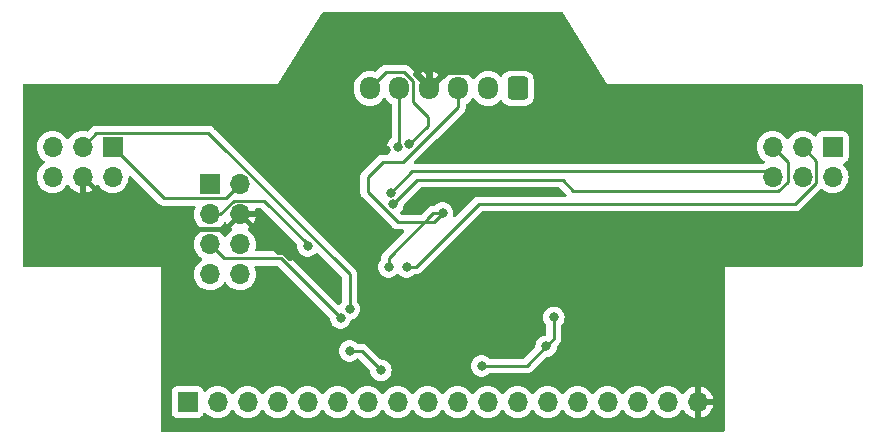
<source format=gbr>
%TF.GenerationSoftware,KiCad,Pcbnew,7.0.9*%
%TF.CreationDate,2024-06-25T21:03:02+09:00*%
%TF.ProjectId,04-line_sub,30342d6c-696e-4655-9f73-75622e6b6963,rev?*%
%TF.SameCoordinates,Original*%
%TF.FileFunction,Copper,L2,Bot*%
%TF.FilePolarity,Positive*%
%FSLAX46Y46*%
G04 Gerber Fmt 4.6, Leading zero omitted, Abs format (unit mm)*
G04 Created by KiCad (PCBNEW 7.0.9) date 2024-06-25 21:03:02*
%MOMM*%
%LPD*%
G01*
G04 APERTURE LIST*
G04 Aperture macros list*
%AMRoundRect*
0 Rectangle with rounded corners*
0 $1 Rounding radius*
0 $2 $3 $4 $5 $6 $7 $8 $9 X,Y pos of 4 corners*
0 Add a 4 corners polygon primitive as box body*
4,1,4,$2,$3,$4,$5,$6,$7,$8,$9,$2,$3,0*
0 Add four circle primitives for the rounded corners*
1,1,$1+$1,$2,$3*
1,1,$1+$1,$4,$5*
1,1,$1+$1,$6,$7*
1,1,$1+$1,$8,$9*
0 Add four rect primitives between the rounded corners*
20,1,$1+$1,$2,$3,$4,$5,0*
20,1,$1+$1,$4,$5,$6,$7,0*
20,1,$1+$1,$6,$7,$8,$9,0*
20,1,$1+$1,$8,$9,$2,$3,0*%
G04 Aperture macros list end*
%TA.AperFunction,ComponentPad*%
%ADD10R,1.700000X1.700000*%
%TD*%
%TA.AperFunction,ComponentPad*%
%ADD11O,1.700000X1.700000*%
%TD*%
%TA.AperFunction,ComponentPad*%
%ADD12O,1.700000X1.950000*%
%TD*%
%TA.AperFunction,ComponentPad*%
%ADD13RoundRect,0.250000X0.600000X0.725000X-0.600000X0.725000X-0.600000X-0.725000X0.600000X-0.725000X0*%
%TD*%
%TA.AperFunction,ViaPad*%
%ADD14C,0.800000*%
%TD*%
%TA.AperFunction,ViaPad*%
%ADD15C,0.500000*%
%TD*%
%TA.AperFunction,Conductor*%
%ADD16C,0.600000*%
%TD*%
%TA.AperFunction,Conductor*%
%ADD17C,0.400000*%
%TD*%
%TA.AperFunction,Conductor*%
%ADD18C,0.250000*%
%TD*%
G04 APERTURE END LIST*
D10*
%TO.P,J4,1,Pin_1*%
%TO.N,3V3_LED*%
X80010000Y-109220000D03*
D11*
%TO.P,J4,2,Pin_2*%
%TO.N,photo_L_7*%
X82550000Y-109220000D03*
%TO.P,J4,3,Pin_3*%
%TO.N,photo_L_6*%
X85090000Y-109220000D03*
%TO.P,J4,4,Pin_4*%
%TO.N,photo_L_5*%
X87630000Y-109220000D03*
%TO.P,J4,5,Pin_5*%
%TO.N,photo_L_4*%
X90170000Y-109220000D03*
%TO.P,J4,6,Pin_6*%
%TO.N,photo_L_3*%
X92710000Y-109220000D03*
%TO.P,J4,7,Pin_7*%
%TO.N,photo_L_2*%
X95250000Y-109220000D03*
%TO.P,J4,8,Pin_8*%
%TO.N,photo_L_1*%
X97790000Y-109220000D03*
%TO.P,J4,9,Pin_9*%
%TO.N,photo_front*%
X100330000Y-109220000D03*
%TO.P,J4,10,Pin_10*%
%TO.N,photo_center*%
X102870000Y-109220000D03*
%TO.P,J4,11,Pin_11*%
%TO.N,photo_R_1*%
X105410000Y-109220000D03*
%TO.P,J4,12,Pin_12*%
%TO.N,photo_R_2*%
X107950000Y-109220000D03*
%TO.P,J4,13,Pin_13*%
%TO.N,photo_R_3*%
X110490000Y-109220000D03*
%TO.P,J4,14,Pin_14*%
%TO.N,photo_R_4*%
X113030000Y-109220000D03*
%TO.P,J4,15,Pin_15*%
%TO.N,photo_R_5*%
X115570000Y-109220000D03*
%TO.P,J4,16,Pin_16*%
%TO.N,photo_R_6*%
X118110000Y-109220000D03*
%TO.P,J4,17,Pin_17*%
%TO.N,photo_R_7*%
X120650000Y-109220000D03*
%TO.P,J4,18,Pin_18*%
%TO.N,GND*%
X123190000Y-109220000D03*
%TD*%
D10*
%TO.P,J3,1,Pin_1*%
%TO.N,+3V3*%
X134620000Y-87630000D03*
D11*
%TO.P,J3,2,Pin_2*%
%TO.N,5V_LED*%
X134620000Y-90170000D03*
%TO.P,J3,3,Pin_3*%
%TO.N,LED_R*%
X132080000Y-87630000D03*
%TO.P,J3,4,Pin_4*%
%TO.N,GND*%
X132080000Y-90170000D03*
%TO.P,J3,5,Pin_5*%
%TO.N,I2C1_SCL*%
X129540000Y-87630000D03*
%TO.P,J3,6,Pin_6*%
%TO.N,I2C1_SDA*%
X129540000Y-90170000D03*
%TD*%
D12*
%TO.P,J1,6,Pin_6*%
%TO.N,UART3_TX*%
X95450000Y-82677000D03*
%TO.P,J1,5,Pin_5*%
%TO.N,UART3_RX*%
X97950000Y-82677000D03*
%TO.P,J1,4,Pin_4*%
%TO.N,GND*%
X100450000Y-82677000D03*
%TO.P,J1,3,Pin_3*%
%TO.N,+3V3*%
X102950000Y-82677000D03*
%TO.P,J1,2,Pin_2*%
%TO.N,3V3_LED*%
X105450000Y-82677000D03*
D13*
%TO.P,J1,1,Pin_1*%
%TO.N,5V_LED*%
X107950000Y-82677000D03*
%TD*%
D10*
%TO.P,J2,1,Pin_1*%
%TO.N,unconnected-(J2-Pin_1-Pad1)*%
X81915000Y-90805000D03*
D11*
%TO.P,J2,2,Pin_2*%
%TO.N,+3V3*%
X84455000Y-90805000D03*
%TO.P,J2,3,Pin_3*%
%TO.N,BOOT0*%
X81915000Y-93345000D03*
%TO.P,J2,4,Pin_4*%
%TO.N,GND*%
X84455000Y-93345000D03*
%TO.P,J2,5,Pin_5*%
%TO.N,NRST*%
X81915000Y-95885000D03*
%TO.P,J2,6,Pin_6*%
%TO.N,UART1_TX*%
X84455000Y-95885000D03*
%TO.P,J2,7,Pin_7*%
%TO.N,unconnected-(J2-Pin_7-Pad7)*%
X81915000Y-98425000D03*
%TO.P,J2,8,Pin_8*%
%TO.N,UART1_RX*%
X84455000Y-98425000D03*
%TD*%
D10*
%TO.P,J5,1,Pin_1*%
%TO.N,+3V3*%
X73660000Y-87630000D03*
D11*
%TO.P,J5,2,Pin_2*%
%TO.N,5V_LED*%
X73660000Y-90170000D03*
%TO.P,J5,3,Pin_3*%
%TO.N,LED_L*%
X71120000Y-87630000D03*
%TO.P,J5,4,Pin_4*%
%TO.N,GND*%
X71120000Y-90170000D03*
%TO.P,J5,5,Pin_5*%
%TO.N,I2C2_SCL*%
X68580000Y-87630000D03*
%TO.P,J5,6,Pin_6*%
%TO.N,I2C2_SDA*%
X68580000Y-90170000D03*
%TD*%
D14*
%TO.N,GND*%
X110236000Y-98806000D03*
X116078000Y-97790000D03*
X111252000Y-91440000D03*
X102870000Y-87884000D03*
X93472000Y-103378000D03*
D15*
X134366000Y-97028000D03*
D14*
X90678000Y-87122000D03*
X119634000Y-106172000D03*
X85598000Y-87122000D03*
D15*
X136144000Y-84582000D03*
D14*
X96774000Y-87884000D03*
X94996000Y-92710000D03*
X108204000Y-85381500D03*
X105410000Y-91440000D03*
X112268000Y-101346000D03*
X115824000Y-93726000D03*
X87376000Y-104140000D03*
X126746000Y-87376000D03*
X101346000Y-106680000D03*
X80010000Y-94996000D03*
D15*
X130810000Y-96774000D03*
D14*
X101346000Y-103124000D03*
D15*
X88671233Y-97002767D03*
D14*
X133604000Y-95250000D03*
X94488000Y-94996000D03*
%TO.N,+3V3*%
X97028000Y-97790000D03*
X101600000Y-93218000D03*
X104902000Y-106172000D03*
X110370093Y-104513907D03*
X111023094Y-102065500D03*
%TO.N,Net-(U1-VDDA)*%
X96384272Y-106544271D03*
X93726000Y-104902000D03*
%TO.N,UART3_RX*%
X97790000Y-87630000D03*
%TO.N,UART3_TX*%
X98792750Y-87362748D03*
%TO.N,BOOT0*%
X90170000Y-96012000D03*
%TO.N,NRST*%
X92964000Y-102108000D03*
%TO.N,LED_R*%
X98552000Y-97790000D03*
%TO.N,LED_L*%
X93726000Y-101346000D03*
%TO.N,I2C1_SCL*%
X97394549Y-92493500D03*
%TO.N,I2C1_SDA*%
X97244290Y-91505357D03*
%TD*%
D16*
%TO.N,GND*%
X99108000Y-80010000D02*
X99060000Y-80010000D01*
X100450000Y-82677000D02*
X100450000Y-82506415D01*
D17*
X75545000Y-94595000D02*
X79609000Y-94595000D01*
D16*
X101925000Y-81202000D02*
X100450000Y-82677000D01*
X100450000Y-81352000D02*
X99108000Y-80010000D01*
X104062000Y-81202000D02*
X104140000Y-81280000D01*
D17*
X80010000Y-94996000D02*
X80411000Y-94595000D01*
D18*
X115824000Y-97536000D02*
X116078000Y-97790000D01*
D17*
X88601229Y-97002767D02*
X88133462Y-96535000D01*
D18*
X115824000Y-93726000D02*
X115824000Y-97536000D01*
D17*
X88133462Y-96535000D02*
X87645000Y-96535000D01*
D16*
X104062000Y-81202000D02*
X101925000Y-81202000D01*
X100450000Y-82677000D02*
X100450000Y-81352000D01*
D17*
X88671233Y-97002767D02*
X88601229Y-97002767D01*
X87645000Y-96535000D02*
X84455000Y-93345000D01*
D16*
X100450000Y-82506415D02*
X99383883Y-81440299D01*
D17*
X79609000Y-94595000D02*
X80010000Y-94996000D01*
X80411000Y-94595000D02*
X83205000Y-94595000D01*
X83205000Y-94595000D02*
X84455000Y-93345000D01*
X71120000Y-90170000D02*
X75545000Y-94595000D01*
D18*
%TO.N,+3V3*%
X96520000Y-88900000D02*
X95250000Y-90170000D01*
X100826020Y-93218000D02*
X97028000Y-97016020D01*
X98280097Y-88900000D02*
X96520000Y-88900000D01*
X95250000Y-90170000D02*
X95250000Y-91440000D01*
X111023094Y-103860906D02*
X110370093Y-104513907D01*
X95250000Y-91440000D02*
X97790000Y-93980000D01*
X73660000Y-87630000D02*
X78010000Y-91980000D01*
X104902000Y-106172000D02*
X108712000Y-106172000D01*
X97790000Y-93980000D02*
X100838000Y-93980000D01*
X83280000Y-91980000D02*
X84455000Y-90805000D01*
X97028000Y-97016020D02*
X97028000Y-97790000D01*
X102950000Y-84230097D02*
X98280097Y-88900000D01*
X111023094Y-102065500D02*
X111023094Y-103860906D01*
X100838000Y-93980000D02*
X101600000Y-93218000D01*
X102950000Y-82677000D02*
X102950000Y-84230097D01*
X78010000Y-91980000D02*
X83280000Y-91980000D01*
X108712000Y-106172000D02*
X110370093Y-104513907D01*
X101600000Y-93218000D02*
X100826020Y-93218000D01*
%TO.N,Net-(U1-VDDA)*%
X94742001Y-104902000D02*
X96384272Y-106544271D01*
X93726000Y-104902000D02*
X94742001Y-104902000D01*
%TO.N,UART3_RX*%
X97950000Y-87470000D02*
X97790000Y-87630000D01*
X97950000Y-82677000D02*
X97950000Y-87470000D01*
%TO.N,UART3_TX*%
X96847000Y-81280000D02*
X97790000Y-81280000D01*
X97790000Y-81280000D02*
X98339701Y-81280000D01*
X100330000Y-85090000D02*
X100330000Y-85825498D01*
X95450000Y-82677000D02*
X96847000Y-81280000D01*
X99060000Y-83820000D02*
X100330000Y-85090000D01*
X98339701Y-81280000D02*
X99125000Y-82065299D01*
X100330000Y-85825498D02*
X98792750Y-87362748D01*
X99125000Y-82065299D02*
X99125000Y-83755000D01*
X99125000Y-83755000D02*
X99060000Y-83820000D01*
%TO.N,BOOT0*%
X90170000Y-96012000D02*
X90170000Y-95882898D01*
X86457102Y-92170000D02*
X83968299Y-92170000D01*
X83968299Y-92170000D02*
X82793299Y-93345000D01*
X90170000Y-95882898D02*
X86457102Y-92170000D01*
X82793299Y-93345000D02*
X81915000Y-93345000D01*
%TO.N,NRST*%
X81915000Y-95885000D02*
X83090000Y-97060000D01*
X87916000Y-97060000D02*
X92964000Y-102108000D01*
X83090000Y-97060000D02*
X87916000Y-97060000D01*
%TO.N,LED_R*%
X98552000Y-97790000D02*
X99314000Y-97790000D01*
X131455701Y-92456000D02*
X133255000Y-90656701D01*
X133255000Y-88805000D02*
X132080000Y-87630000D01*
X104648000Y-92456000D02*
X131455701Y-92456000D01*
X99314000Y-97790000D02*
X104648000Y-92456000D01*
X133255000Y-90656701D02*
X133255000Y-88805000D01*
%TO.N,LED_L*%
X93726000Y-98414299D02*
X93726000Y-101346000D01*
X71120000Y-87630000D02*
X72295000Y-86455000D01*
X72295000Y-86455000D02*
X81766701Y-86455000D01*
X81766701Y-86455000D02*
X93726000Y-98414299D01*
%TO.N,I2C1_SCL*%
X112681000Y-91345000D02*
X130026701Y-91345000D01*
X97394549Y-92493500D02*
X99464049Y-90424000D01*
X111760000Y-90424000D02*
X112681000Y-91345000D01*
X130810000Y-90561701D02*
X130810000Y-88900000D01*
X130810000Y-88900000D02*
X129540000Y-87630000D01*
X130026701Y-91345000D02*
X130810000Y-90561701D01*
X99464049Y-90424000D02*
X111760000Y-90424000D01*
%TO.N,I2C1_SDA*%
X97244290Y-91505357D02*
X99050647Y-89699000D01*
X99050647Y-89699000D02*
X129069000Y-89699000D01*
X129069000Y-89699000D02*
X129540000Y-90170000D01*
%TD*%
%TA.AperFunction,Conductor*%
%TO.N,GND*%
G36*
X86213689Y-92815185D02*
G01*
X86234331Y-92831819D01*
X89236981Y-95834469D01*
X89270466Y-95895792D01*
X89272621Y-95935111D01*
X89264540Y-96012000D01*
X89284326Y-96200256D01*
X89284327Y-96200259D01*
X89342818Y-96380277D01*
X89342821Y-96380284D01*
X89437467Y-96544216D01*
X89528608Y-96645438D01*
X89564129Y-96684888D01*
X89717265Y-96796148D01*
X89717270Y-96796151D01*
X89890192Y-96873142D01*
X89890197Y-96873144D01*
X90075354Y-96912500D01*
X90075355Y-96912500D01*
X90264644Y-96912500D01*
X90264646Y-96912500D01*
X90449803Y-96873144D01*
X90622730Y-96796151D01*
X90775871Y-96684888D01*
X90847695Y-96605119D01*
X90907178Y-96568473D01*
X90977035Y-96569802D01*
X91027523Y-96600412D01*
X93064181Y-98637070D01*
X93097666Y-98698393D01*
X93100500Y-98724751D01*
X93100500Y-100647312D01*
X93080815Y-100714351D01*
X93068650Y-100730284D01*
X92993466Y-100813785D01*
X92913547Y-100952208D01*
X92862980Y-101000424D01*
X92794373Y-101013646D01*
X92729508Y-100987678D01*
X92718479Y-100977889D01*
X90629254Y-98888664D01*
X88416803Y-96676212D01*
X88406980Y-96663950D01*
X88406759Y-96664134D01*
X88401786Y-96658123D01*
X88388278Y-96645438D01*
X88351364Y-96610773D01*
X88340919Y-96600328D01*
X88330475Y-96589883D01*
X88324986Y-96585625D01*
X88320561Y-96581847D01*
X88286582Y-96549938D01*
X88286580Y-96549936D01*
X88286577Y-96549935D01*
X88269029Y-96540288D01*
X88252763Y-96529604D01*
X88247164Y-96525261D01*
X88236936Y-96517327D01*
X88236935Y-96517326D01*
X88236933Y-96517325D01*
X88194168Y-96498818D01*
X88188922Y-96496248D01*
X88148093Y-96473803D01*
X88148092Y-96473802D01*
X88128693Y-96468822D01*
X88110281Y-96462518D01*
X88091898Y-96454562D01*
X88091892Y-96454560D01*
X88045874Y-96447272D01*
X88040152Y-96446087D01*
X87995021Y-96434500D01*
X87995019Y-96434500D01*
X87974984Y-96434500D01*
X87955586Y-96432973D01*
X87948162Y-96431797D01*
X87935805Y-96429840D01*
X87935804Y-96429840D01*
X87889416Y-96434225D01*
X87883578Y-96434500D01*
X85867503Y-96434500D01*
X85800464Y-96414815D01*
X85754709Y-96362011D01*
X85744765Y-96292853D01*
X85747728Y-96278407D01*
X85768668Y-96200256D01*
X85790063Y-96120408D01*
X85810659Y-95885000D01*
X85790063Y-95649592D01*
X85728903Y-95421337D01*
X85629035Y-95207171D01*
X85623425Y-95199158D01*
X85493494Y-95013597D01*
X85326402Y-94846506D01*
X85326401Y-94846505D01*
X85140405Y-94716269D01*
X85096781Y-94661692D01*
X85089588Y-94592193D01*
X85121110Y-94529839D01*
X85140405Y-94513119D01*
X85326082Y-94383105D01*
X85493105Y-94216082D01*
X85628600Y-94022578D01*
X85728429Y-93808492D01*
X85728432Y-93808486D01*
X85785636Y-93595000D01*
X84888686Y-93595000D01*
X84914493Y-93554844D01*
X84955000Y-93416889D01*
X84955000Y-93273111D01*
X84914493Y-93135156D01*
X84888686Y-93095000D01*
X85785636Y-93095000D01*
X85785635Y-93094999D01*
X85747210Y-92951594D01*
X85748873Y-92881744D01*
X85788035Y-92823881D01*
X85852264Y-92796377D01*
X85866985Y-92795500D01*
X86146650Y-92795500D01*
X86213689Y-92815185D01*
G37*
%TD.AperFunction*%
%TA.AperFunction,Conductor*%
G36*
X83270160Y-94011110D02*
G01*
X83286879Y-94030405D01*
X83416890Y-94216078D01*
X83583917Y-94383105D01*
X83769595Y-94513119D01*
X83813219Y-94567696D01*
X83820412Y-94637195D01*
X83788890Y-94699549D01*
X83769595Y-94716269D01*
X83583594Y-94846508D01*
X83416505Y-95013597D01*
X83286575Y-95199158D01*
X83231998Y-95242783D01*
X83162500Y-95249977D01*
X83100145Y-95218454D01*
X83083425Y-95199158D01*
X82953494Y-95013597D01*
X82786402Y-94846506D01*
X82786396Y-94846501D01*
X82600842Y-94716575D01*
X82557217Y-94661998D01*
X82550023Y-94592500D01*
X82581546Y-94530145D01*
X82600842Y-94513425D01*
X82682620Y-94456163D01*
X82786401Y-94383495D01*
X82953495Y-94216401D01*
X83083730Y-94030405D01*
X83138307Y-93986781D01*
X83207805Y-93979587D01*
X83270160Y-94011110D01*
G37*
%TD.AperFunction*%
%TA.AperFunction,Conductor*%
G36*
X111516587Y-91069185D02*
G01*
X111537229Y-91085819D01*
X112070229Y-91618819D01*
X112103714Y-91680142D01*
X112098730Y-91749834D01*
X112056858Y-91805767D01*
X111991394Y-91830184D01*
X111982548Y-91830500D01*
X104730738Y-91830500D01*
X104715121Y-91828776D01*
X104715094Y-91829062D01*
X104707332Y-91828327D01*
X104638204Y-91830500D01*
X104608650Y-91830500D01*
X104607929Y-91830590D01*
X104601757Y-91831369D01*
X104595945Y-91831826D01*
X104549373Y-91833290D01*
X104549372Y-91833290D01*
X104530129Y-91838881D01*
X104511079Y-91842825D01*
X104491211Y-91845334D01*
X104491209Y-91845335D01*
X104447884Y-91862488D01*
X104442357Y-91864380D01*
X104397610Y-91877381D01*
X104397609Y-91877382D01*
X104380367Y-91887579D01*
X104362899Y-91896137D01*
X104344269Y-91903513D01*
X104344267Y-91903514D01*
X104306576Y-91930898D01*
X104301694Y-91934105D01*
X104261579Y-91957830D01*
X104247408Y-91972000D01*
X104232623Y-91984628D01*
X104216412Y-91996407D01*
X104186709Y-92032310D01*
X104182777Y-92036631D01*
X102693275Y-93526132D01*
X102631952Y-93559617D01*
X102562260Y-93554633D01*
X102506327Y-93512761D01*
X102481910Y-93447297D01*
X102486222Y-93413020D01*
X102484322Y-93412617D01*
X102485672Y-93406261D01*
X102485674Y-93406256D01*
X102505460Y-93218000D01*
X102485674Y-93029744D01*
X102427179Y-92849716D01*
X102332533Y-92685784D01*
X102205871Y-92545112D01*
X102205870Y-92545111D01*
X102052734Y-92433851D01*
X102052729Y-92433848D01*
X101879807Y-92356857D01*
X101879802Y-92356855D01*
X101734001Y-92325865D01*
X101694646Y-92317500D01*
X101505354Y-92317500D01*
X101472897Y-92324398D01*
X101320197Y-92356855D01*
X101320192Y-92356857D01*
X101147270Y-92433848D01*
X101147265Y-92433851D01*
X100994130Y-92545110D01*
X100994124Y-92545116D01*
X100989804Y-92549914D01*
X100930316Y-92586560D01*
X100893139Y-92589770D01*
X100893149Y-92590083D01*
X100887451Y-92590262D01*
X100885993Y-92590388D01*
X100885356Y-92590327D01*
X100816223Y-92592500D01*
X100786670Y-92592500D01*
X100785949Y-92592590D01*
X100779777Y-92593369D01*
X100773965Y-92593826D01*
X100727392Y-92595290D01*
X100727389Y-92595291D01*
X100708146Y-92600881D01*
X100689103Y-92604825D01*
X100669224Y-92607336D01*
X100669223Y-92607337D01*
X100625898Y-92624490D01*
X100620372Y-92626382D01*
X100575628Y-92639383D01*
X100575624Y-92639385D01*
X100558385Y-92649580D01*
X100540918Y-92658137D01*
X100522289Y-92665512D01*
X100522287Y-92665513D01*
X100484584Y-92692906D01*
X100479702Y-92696112D01*
X100439600Y-92719828D01*
X100425428Y-92734000D01*
X100410643Y-92746628D01*
X100394432Y-92758407D01*
X100364729Y-92794310D01*
X100360796Y-92798631D01*
X100086307Y-93073122D01*
X99841248Y-93318181D01*
X99779925Y-93351666D01*
X99753567Y-93354500D01*
X98109552Y-93354500D01*
X98042513Y-93334815D01*
X97996758Y-93282011D01*
X97986814Y-93212853D01*
X98015839Y-93149297D01*
X98017402Y-93147528D01*
X98064699Y-93094999D01*
X98127082Y-93025716D01*
X98221728Y-92861784D01*
X98280223Y-92681756D01*
X98297870Y-92513844D01*
X98324453Y-92449234D01*
X98333500Y-92439138D01*
X99686821Y-91085819D01*
X99748144Y-91052334D01*
X99774502Y-91049500D01*
X111449548Y-91049500D01*
X111516587Y-91069185D01*
G37*
%TD.AperFunction*%
%TA.AperFunction,Conductor*%
G36*
X111758035Y-76220185D02*
G01*
X111796148Y-76258780D01*
X115564083Y-82287476D01*
X115567665Y-82294432D01*
X115569727Y-82296493D01*
X115569877Y-82296527D01*
X115569878Y-82296528D01*
X115569878Y-82296527D01*
X115572597Y-82297155D01*
X115580429Y-82296500D01*
X137035500Y-82296500D01*
X137102539Y-82316185D01*
X137148294Y-82368989D01*
X137159500Y-82420500D01*
X137159500Y-97665500D01*
X137139815Y-97732539D01*
X137087011Y-97778294D01*
X137035500Y-97789500D01*
X125500760Y-97789500D01*
X125500554Y-97789459D01*
X125476000Y-97789459D01*
X125475901Y-97789500D01*
X125475617Y-97789616D01*
X125475615Y-97789618D01*
X125475459Y-97789999D01*
X125475476Y-97814616D01*
X125475471Y-97814616D01*
X125475500Y-97814759D01*
X125475500Y-111635500D01*
X125455815Y-111702539D01*
X125403011Y-111748294D01*
X125351500Y-111759500D01*
X77848500Y-111759500D01*
X77781461Y-111739815D01*
X77735706Y-111687011D01*
X77724500Y-111635500D01*
X77724500Y-110117870D01*
X78659500Y-110117870D01*
X78659501Y-110117876D01*
X78665908Y-110177483D01*
X78716202Y-110312328D01*
X78716206Y-110312335D01*
X78802452Y-110427544D01*
X78802455Y-110427547D01*
X78917664Y-110513793D01*
X78917671Y-110513797D01*
X79052517Y-110564091D01*
X79052516Y-110564091D01*
X79059444Y-110564835D01*
X79112127Y-110570500D01*
X80907872Y-110570499D01*
X80967483Y-110564091D01*
X81102331Y-110513796D01*
X81217546Y-110427546D01*
X81303796Y-110312331D01*
X81352810Y-110180916D01*
X81394681Y-110124984D01*
X81460145Y-110100566D01*
X81528418Y-110115417D01*
X81556673Y-110136569D01*
X81678599Y-110258495D01*
X81775384Y-110326265D01*
X81872165Y-110394032D01*
X81872167Y-110394033D01*
X81872170Y-110394035D01*
X82086337Y-110493903D01*
X82314592Y-110555063D01*
X82491034Y-110570500D01*
X82549999Y-110575659D01*
X82550000Y-110575659D01*
X82550001Y-110575659D01*
X82608966Y-110570500D01*
X82785408Y-110555063D01*
X83013663Y-110493903D01*
X83227830Y-110394035D01*
X83421401Y-110258495D01*
X83588495Y-110091401D01*
X83718425Y-109905842D01*
X83773002Y-109862217D01*
X83842500Y-109855023D01*
X83904855Y-109886546D01*
X83921575Y-109905842D01*
X84051281Y-110091082D01*
X84051505Y-110091401D01*
X84218599Y-110258495D01*
X84315384Y-110326265D01*
X84412165Y-110394032D01*
X84412167Y-110394033D01*
X84412170Y-110394035D01*
X84626337Y-110493903D01*
X84854592Y-110555063D01*
X85031034Y-110570500D01*
X85089999Y-110575659D01*
X85090000Y-110575659D01*
X85090001Y-110575659D01*
X85148966Y-110570500D01*
X85325408Y-110555063D01*
X85553663Y-110493903D01*
X85767830Y-110394035D01*
X85961401Y-110258495D01*
X86128495Y-110091401D01*
X86258425Y-109905842D01*
X86313002Y-109862217D01*
X86382500Y-109855023D01*
X86444855Y-109886546D01*
X86461575Y-109905842D01*
X86591281Y-110091082D01*
X86591505Y-110091401D01*
X86758599Y-110258495D01*
X86855384Y-110326265D01*
X86952165Y-110394032D01*
X86952167Y-110394033D01*
X86952170Y-110394035D01*
X87166337Y-110493903D01*
X87394592Y-110555063D01*
X87571034Y-110570500D01*
X87629999Y-110575659D01*
X87630000Y-110575659D01*
X87630001Y-110575659D01*
X87688966Y-110570500D01*
X87865408Y-110555063D01*
X88093663Y-110493903D01*
X88307830Y-110394035D01*
X88501401Y-110258495D01*
X88668495Y-110091401D01*
X88798425Y-109905842D01*
X88853002Y-109862217D01*
X88922500Y-109855023D01*
X88984855Y-109886546D01*
X89001575Y-109905842D01*
X89131281Y-110091082D01*
X89131505Y-110091401D01*
X89298599Y-110258495D01*
X89395384Y-110326265D01*
X89492165Y-110394032D01*
X89492167Y-110394033D01*
X89492170Y-110394035D01*
X89706337Y-110493903D01*
X89934592Y-110555063D01*
X90111034Y-110570500D01*
X90169999Y-110575659D01*
X90170000Y-110575659D01*
X90170001Y-110575659D01*
X90228966Y-110570500D01*
X90405408Y-110555063D01*
X90633663Y-110493903D01*
X90847830Y-110394035D01*
X91041401Y-110258495D01*
X91208495Y-110091401D01*
X91338425Y-109905842D01*
X91393002Y-109862217D01*
X91462500Y-109855023D01*
X91524855Y-109886546D01*
X91541575Y-109905842D01*
X91671281Y-110091082D01*
X91671505Y-110091401D01*
X91838599Y-110258495D01*
X91935384Y-110326265D01*
X92032165Y-110394032D01*
X92032167Y-110394033D01*
X92032170Y-110394035D01*
X92246337Y-110493903D01*
X92474592Y-110555063D01*
X92651034Y-110570500D01*
X92709999Y-110575659D01*
X92710000Y-110575659D01*
X92710001Y-110575659D01*
X92768966Y-110570500D01*
X92945408Y-110555063D01*
X93173663Y-110493903D01*
X93387830Y-110394035D01*
X93581401Y-110258495D01*
X93748495Y-110091401D01*
X93878425Y-109905842D01*
X93933002Y-109862217D01*
X94002500Y-109855023D01*
X94064855Y-109886546D01*
X94081575Y-109905842D01*
X94211281Y-110091082D01*
X94211505Y-110091401D01*
X94378599Y-110258495D01*
X94475384Y-110326265D01*
X94572165Y-110394032D01*
X94572167Y-110394033D01*
X94572170Y-110394035D01*
X94786337Y-110493903D01*
X95014592Y-110555063D01*
X95191034Y-110570500D01*
X95249999Y-110575659D01*
X95250000Y-110575659D01*
X95250001Y-110575659D01*
X95308966Y-110570500D01*
X95485408Y-110555063D01*
X95713663Y-110493903D01*
X95927830Y-110394035D01*
X96121401Y-110258495D01*
X96288495Y-110091401D01*
X96418425Y-109905842D01*
X96473002Y-109862217D01*
X96542500Y-109855023D01*
X96604855Y-109886546D01*
X96621575Y-109905842D01*
X96751281Y-110091082D01*
X96751505Y-110091401D01*
X96918599Y-110258495D01*
X97015384Y-110326265D01*
X97112165Y-110394032D01*
X97112167Y-110394033D01*
X97112170Y-110394035D01*
X97326337Y-110493903D01*
X97554592Y-110555063D01*
X97731034Y-110570500D01*
X97789999Y-110575659D01*
X97790000Y-110575659D01*
X97790001Y-110575659D01*
X97848966Y-110570500D01*
X98025408Y-110555063D01*
X98253663Y-110493903D01*
X98467830Y-110394035D01*
X98661401Y-110258495D01*
X98828495Y-110091401D01*
X98958425Y-109905842D01*
X99013002Y-109862217D01*
X99082500Y-109855023D01*
X99144855Y-109886546D01*
X99161575Y-109905842D01*
X99291281Y-110091082D01*
X99291505Y-110091401D01*
X99458599Y-110258495D01*
X99555384Y-110326265D01*
X99652165Y-110394032D01*
X99652167Y-110394033D01*
X99652170Y-110394035D01*
X99866337Y-110493903D01*
X100094592Y-110555063D01*
X100271034Y-110570500D01*
X100329999Y-110575659D01*
X100330000Y-110575659D01*
X100330001Y-110575659D01*
X100388966Y-110570500D01*
X100565408Y-110555063D01*
X100793663Y-110493903D01*
X101007830Y-110394035D01*
X101201401Y-110258495D01*
X101368495Y-110091401D01*
X101498425Y-109905842D01*
X101553002Y-109862217D01*
X101622500Y-109855023D01*
X101684855Y-109886546D01*
X101701575Y-109905842D01*
X101831281Y-110091082D01*
X101831505Y-110091401D01*
X101998599Y-110258495D01*
X102095384Y-110326265D01*
X102192165Y-110394032D01*
X102192167Y-110394033D01*
X102192170Y-110394035D01*
X102406337Y-110493903D01*
X102634592Y-110555063D01*
X102811034Y-110570500D01*
X102869999Y-110575659D01*
X102870000Y-110575659D01*
X102870001Y-110575659D01*
X102928966Y-110570500D01*
X103105408Y-110555063D01*
X103333663Y-110493903D01*
X103547830Y-110394035D01*
X103741401Y-110258495D01*
X103908495Y-110091401D01*
X104038425Y-109905842D01*
X104093002Y-109862217D01*
X104162500Y-109855023D01*
X104224855Y-109886546D01*
X104241575Y-109905842D01*
X104371281Y-110091082D01*
X104371505Y-110091401D01*
X104538599Y-110258495D01*
X104635384Y-110326265D01*
X104732165Y-110394032D01*
X104732167Y-110394033D01*
X104732170Y-110394035D01*
X104946337Y-110493903D01*
X105174592Y-110555063D01*
X105351034Y-110570500D01*
X105409999Y-110575659D01*
X105410000Y-110575659D01*
X105410001Y-110575659D01*
X105468966Y-110570500D01*
X105645408Y-110555063D01*
X105873663Y-110493903D01*
X106087830Y-110394035D01*
X106281401Y-110258495D01*
X106448495Y-110091401D01*
X106578425Y-109905842D01*
X106633002Y-109862217D01*
X106702500Y-109855023D01*
X106764855Y-109886546D01*
X106781575Y-109905842D01*
X106911281Y-110091082D01*
X106911505Y-110091401D01*
X107078599Y-110258495D01*
X107175384Y-110326265D01*
X107272165Y-110394032D01*
X107272167Y-110394033D01*
X107272170Y-110394035D01*
X107486337Y-110493903D01*
X107714592Y-110555063D01*
X107891034Y-110570500D01*
X107949999Y-110575659D01*
X107950000Y-110575659D01*
X107950001Y-110575659D01*
X108008966Y-110570500D01*
X108185408Y-110555063D01*
X108413663Y-110493903D01*
X108627830Y-110394035D01*
X108821401Y-110258495D01*
X108988495Y-110091401D01*
X109118425Y-109905842D01*
X109173002Y-109862217D01*
X109242500Y-109855023D01*
X109304855Y-109886546D01*
X109321575Y-109905842D01*
X109451281Y-110091082D01*
X109451505Y-110091401D01*
X109618599Y-110258495D01*
X109715384Y-110326265D01*
X109812165Y-110394032D01*
X109812167Y-110394033D01*
X109812170Y-110394035D01*
X110026337Y-110493903D01*
X110254592Y-110555063D01*
X110431034Y-110570500D01*
X110489999Y-110575659D01*
X110490000Y-110575659D01*
X110490001Y-110575659D01*
X110548966Y-110570500D01*
X110725408Y-110555063D01*
X110953663Y-110493903D01*
X111167830Y-110394035D01*
X111361401Y-110258495D01*
X111528495Y-110091401D01*
X111658425Y-109905842D01*
X111713002Y-109862217D01*
X111782500Y-109855023D01*
X111844855Y-109886546D01*
X111861575Y-109905842D01*
X111991281Y-110091082D01*
X111991505Y-110091401D01*
X112158599Y-110258495D01*
X112255384Y-110326265D01*
X112352165Y-110394032D01*
X112352167Y-110394033D01*
X112352170Y-110394035D01*
X112566337Y-110493903D01*
X112794592Y-110555063D01*
X112971034Y-110570500D01*
X113029999Y-110575659D01*
X113030000Y-110575659D01*
X113030001Y-110575659D01*
X113088966Y-110570500D01*
X113265408Y-110555063D01*
X113493663Y-110493903D01*
X113707830Y-110394035D01*
X113901401Y-110258495D01*
X114068495Y-110091401D01*
X114198425Y-109905842D01*
X114253002Y-109862217D01*
X114322500Y-109855023D01*
X114384855Y-109886546D01*
X114401575Y-109905842D01*
X114531281Y-110091082D01*
X114531505Y-110091401D01*
X114698599Y-110258495D01*
X114795384Y-110326265D01*
X114892165Y-110394032D01*
X114892167Y-110394033D01*
X114892170Y-110394035D01*
X115106337Y-110493903D01*
X115334592Y-110555063D01*
X115511034Y-110570500D01*
X115569999Y-110575659D01*
X115570000Y-110575659D01*
X115570001Y-110575659D01*
X115628966Y-110570500D01*
X115805408Y-110555063D01*
X116033663Y-110493903D01*
X116247830Y-110394035D01*
X116441401Y-110258495D01*
X116608495Y-110091401D01*
X116738425Y-109905842D01*
X116793002Y-109862217D01*
X116862500Y-109855023D01*
X116924855Y-109886546D01*
X116941575Y-109905842D01*
X117071281Y-110091082D01*
X117071505Y-110091401D01*
X117238599Y-110258495D01*
X117335384Y-110326265D01*
X117432165Y-110394032D01*
X117432167Y-110394033D01*
X117432170Y-110394035D01*
X117646337Y-110493903D01*
X117874592Y-110555063D01*
X118051034Y-110570500D01*
X118109999Y-110575659D01*
X118110000Y-110575659D01*
X118110001Y-110575659D01*
X118168966Y-110570500D01*
X118345408Y-110555063D01*
X118573663Y-110493903D01*
X118787830Y-110394035D01*
X118981401Y-110258495D01*
X119148495Y-110091401D01*
X119278425Y-109905842D01*
X119333002Y-109862217D01*
X119402500Y-109855023D01*
X119464855Y-109886546D01*
X119481575Y-109905842D01*
X119611281Y-110091082D01*
X119611505Y-110091401D01*
X119778599Y-110258495D01*
X119875384Y-110326265D01*
X119972165Y-110394032D01*
X119972167Y-110394033D01*
X119972170Y-110394035D01*
X120186337Y-110493903D01*
X120414592Y-110555063D01*
X120591034Y-110570500D01*
X120649999Y-110575659D01*
X120650000Y-110575659D01*
X120650001Y-110575659D01*
X120708966Y-110570500D01*
X120885408Y-110555063D01*
X121113663Y-110493903D01*
X121327830Y-110394035D01*
X121521401Y-110258495D01*
X121688495Y-110091401D01*
X121818730Y-109905405D01*
X121873307Y-109861781D01*
X121942805Y-109854587D01*
X122005160Y-109886110D01*
X122021879Y-109905405D01*
X122151890Y-110091078D01*
X122318917Y-110258105D01*
X122512421Y-110393600D01*
X122726507Y-110493429D01*
X122726516Y-110493433D01*
X122940000Y-110550634D01*
X122940000Y-109655501D01*
X123047685Y-109704680D01*
X123154237Y-109720000D01*
X123225763Y-109720000D01*
X123332315Y-109704680D01*
X123440000Y-109655501D01*
X123440000Y-110550633D01*
X123653483Y-110493433D01*
X123653492Y-110493429D01*
X123867578Y-110393600D01*
X124061082Y-110258105D01*
X124228105Y-110091082D01*
X124363600Y-109897578D01*
X124463429Y-109683492D01*
X124463432Y-109683486D01*
X124520636Y-109470000D01*
X123623686Y-109470000D01*
X123649493Y-109429844D01*
X123690000Y-109291889D01*
X123690000Y-109148111D01*
X123649493Y-109010156D01*
X123623686Y-108970000D01*
X124520636Y-108970000D01*
X124520635Y-108969999D01*
X124463432Y-108756513D01*
X124463429Y-108756507D01*
X124363600Y-108542422D01*
X124363599Y-108542420D01*
X124228113Y-108348926D01*
X124228108Y-108348920D01*
X124061082Y-108181894D01*
X123867578Y-108046399D01*
X123653492Y-107946570D01*
X123653486Y-107946567D01*
X123440000Y-107889364D01*
X123440000Y-108784498D01*
X123332315Y-108735320D01*
X123225763Y-108720000D01*
X123154237Y-108720000D01*
X123047685Y-108735320D01*
X122940000Y-108784498D01*
X122940000Y-107889364D01*
X122939999Y-107889364D01*
X122726513Y-107946567D01*
X122726507Y-107946570D01*
X122512422Y-108046399D01*
X122512420Y-108046400D01*
X122318926Y-108181886D01*
X122318920Y-108181891D01*
X122151891Y-108348920D01*
X122151890Y-108348922D01*
X122021880Y-108534595D01*
X121967303Y-108578219D01*
X121897804Y-108585412D01*
X121835450Y-108553890D01*
X121818730Y-108534594D01*
X121688494Y-108348597D01*
X121521402Y-108181506D01*
X121521395Y-108181501D01*
X121327834Y-108045967D01*
X121327830Y-108045965D01*
X121327828Y-108045964D01*
X121113663Y-107946097D01*
X121113659Y-107946096D01*
X121113655Y-107946094D01*
X120885413Y-107884938D01*
X120885403Y-107884936D01*
X120650001Y-107864341D01*
X120649999Y-107864341D01*
X120414596Y-107884936D01*
X120414586Y-107884938D01*
X120186344Y-107946094D01*
X120186335Y-107946098D01*
X119972171Y-108045964D01*
X119972169Y-108045965D01*
X119778597Y-108181505D01*
X119611505Y-108348597D01*
X119481575Y-108534158D01*
X119426998Y-108577783D01*
X119357500Y-108584977D01*
X119295145Y-108553454D01*
X119278425Y-108534158D01*
X119148494Y-108348597D01*
X118981402Y-108181506D01*
X118981395Y-108181501D01*
X118787834Y-108045967D01*
X118787830Y-108045965D01*
X118787828Y-108045964D01*
X118573663Y-107946097D01*
X118573659Y-107946096D01*
X118573655Y-107946094D01*
X118345413Y-107884938D01*
X118345403Y-107884936D01*
X118110001Y-107864341D01*
X118109999Y-107864341D01*
X117874596Y-107884936D01*
X117874586Y-107884938D01*
X117646344Y-107946094D01*
X117646335Y-107946098D01*
X117432171Y-108045964D01*
X117432169Y-108045965D01*
X117238597Y-108181505D01*
X117071505Y-108348597D01*
X116941575Y-108534158D01*
X116886998Y-108577783D01*
X116817500Y-108584977D01*
X116755145Y-108553454D01*
X116738425Y-108534158D01*
X116608494Y-108348597D01*
X116441402Y-108181506D01*
X116441395Y-108181501D01*
X116247834Y-108045967D01*
X116247830Y-108045965D01*
X116247828Y-108045964D01*
X116033663Y-107946097D01*
X116033659Y-107946096D01*
X116033655Y-107946094D01*
X115805413Y-107884938D01*
X115805403Y-107884936D01*
X115570001Y-107864341D01*
X115569999Y-107864341D01*
X115334596Y-107884936D01*
X115334586Y-107884938D01*
X115106344Y-107946094D01*
X115106335Y-107946098D01*
X114892171Y-108045964D01*
X114892169Y-108045965D01*
X114698597Y-108181505D01*
X114531505Y-108348597D01*
X114401575Y-108534158D01*
X114346998Y-108577783D01*
X114277500Y-108584977D01*
X114215145Y-108553454D01*
X114198425Y-108534158D01*
X114068494Y-108348597D01*
X113901402Y-108181506D01*
X113901395Y-108181501D01*
X113707834Y-108045967D01*
X113707830Y-108045965D01*
X113707828Y-108045964D01*
X113493663Y-107946097D01*
X113493659Y-107946096D01*
X113493655Y-107946094D01*
X113265413Y-107884938D01*
X113265403Y-107884936D01*
X113030001Y-107864341D01*
X113029999Y-107864341D01*
X112794596Y-107884936D01*
X112794586Y-107884938D01*
X112566344Y-107946094D01*
X112566335Y-107946098D01*
X112352171Y-108045964D01*
X112352169Y-108045965D01*
X112158597Y-108181505D01*
X111991505Y-108348597D01*
X111861575Y-108534158D01*
X111806998Y-108577783D01*
X111737500Y-108584977D01*
X111675145Y-108553454D01*
X111658425Y-108534158D01*
X111528494Y-108348597D01*
X111361402Y-108181506D01*
X111361395Y-108181501D01*
X111167834Y-108045967D01*
X111167830Y-108045965D01*
X111167828Y-108045964D01*
X110953663Y-107946097D01*
X110953659Y-107946096D01*
X110953655Y-107946094D01*
X110725413Y-107884938D01*
X110725403Y-107884936D01*
X110490001Y-107864341D01*
X110489999Y-107864341D01*
X110254596Y-107884936D01*
X110254586Y-107884938D01*
X110026344Y-107946094D01*
X110026335Y-107946098D01*
X109812171Y-108045964D01*
X109812169Y-108045965D01*
X109618597Y-108181505D01*
X109451505Y-108348597D01*
X109321575Y-108534158D01*
X109266998Y-108577783D01*
X109197500Y-108584977D01*
X109135145Y-108553454D01*
X109118425Y-108534158D01*
X108988494Y-108348597D01*
X108821402Y-108181506D01*
X108821395Y-108181501D01*
X108627834Y-108045967D01*
X108627830Y-108045965D01*
X108627828Y-108045964D01*
X108413663Y-107946097D01*
X108413659Y-107946096D01*
X108413655Y-107946094D01*
X108185413Y-107884938D01*
X108185403Y-107884936D01*
X107950001Y-107864341D01*
X107949999Y-107864341D01*
X107714596Y-107884936D01*
X107714586Y-107884938D01*
X107486344Y-107946094D01*
X107486335Y-107946098D01*
X107272171Y-108045964D01*
X107272169Y-108045965D01*
X107078597Y-108181505D01*
X106911505Y-108348597D01*
X106781575Y-108534158D01*
X106726998Y-108577783D01*
X106657500Y-108584977D01*
X106595145Y-108553454D01*
X106578425Y-108534158D01*
X106448494Y-108348597D01*
X106281402Y-108181506D01*
X106281395Y-108181501D01*
X106087834Y-108045967D01*
X106087830Y-108045965D01*
X106087828Y-108045964D01*
X105873663Y-107946097D01*
X105873659Y-107946096D01*
X105873655Y-107946094D01*
X105645413Y-107884938D01*
X105645403Y-107884936D01*
X105410001Y-107864341D01*
X105409999Y-107864341D01*
X105174596Y-107884936D01*
X105174586Y-107884938D01*
X104946344Y-107946094D01*
X104946335Y-107946098D01*
X104732171Y-108045964D01*
X104732169Y-108045965D01*
X104538597Y-108181505D01*
X104371505Y-108348597D01*
X104241575Y-108534158D01*
X104186998Y-108577783D01*
X104117500Y-108584977D01*
X104055145Y-108553454D01*
X104038425Y-108534158D01*
X103908494Y-108348597D01*
X103741402Y-108181506D01*
X103741395Y-108181501D01*
X103547834Y-108045967D01*
X103547830Y-108045965D01*
X103547828Y-108045964D01*
X103333663Y-107946097D01*
X103333659Y-107946096D01*
X103333655Y-107946094D01*
X103105413Y-107884938D01*
X103105403Y-107884936D01*
X102870001Y-107864341D01*
X102869999Y-107864341D01*
X102634596Y-107884936D01*
X102634586Y-107884938D01*
X102406344Y-107946094D01*
X102406335Y-107946098D01*
X102192171Y-108045964D01*
X102192169Y-108045965D01*
X101998597Y-108181505D01*
X101831505Y-108348597D01*
X101701575Y-108534158D01*
X101646998Y-108577783D01*
X101577500Y-108584977D01*
X101515145Y-108553454D01*
X101498425Y-108534158D01*
X101368494Y-108348597D01*
X101201402Y-108181506D01*
X101201395Y-108181501D01*
X101007834Y-108045967D01*
X101007830Y-108045965D01*
X101007828Y-108045964D01*
X100793663Y-107946097D01*
X100793659Y-107946096D01*
X100793655Y-107946094D01*
X100565413Y-107884938D01*
X100565403Y-107884936D01*
X100330001Y-107864341D01*
X100329999Y-107864341D01*
X100094596Y-107884936D01*
X100094586Y-107884938D01*
X99866344Y-107946094D01*
X99866335Y-107946098D01*
X99652171Y-108045964D01*
X99652169Y-108045965D01*
X99458597Y-108181505D01*
X99291505Y-108348597D01*
X99161575Y-108534158D01*
X99106998Y-108577783D01*
X99037500Y-108584977D01*
X98975145Y-108553454D01*
X98958425Y-108534158D01*
X98828494Y-108348597D01*
X98661402Y-108181506D01*
X98661395Y-108181501D01*
X98467834Y-108045967D01*
X98467830Y-108045965D01*
X98467828Y-108045964D01*
X98253663Y-107946097D01*
X98253659Y-107946096D01*
X98253655Y-107946094D01*
X98025413Y-107884938D01*
X98025403Y-107884936D01*
X97790001Y-107864341D01*
X97789999Y-107864341D01*
X97554596Y-107884936D01*
X97554586Y-107884938D01*
X97326344Y-107946094D01*
X97326335Y-107946098D01*
X97112171Y-108045964D01*
X97112169Y-108045965D01*
X96918597Y-108181505D01*
X96751505Y-108348597D01*
X96621575Y-108534158D01*
X96566998Y-108577783D01*
X96497500Y-108584977D01*
X96435145Y-108553454D01*
X96418425Y-108534158D01*
X96288494Y-108348597D01*
X96121402Y-108181506D01*
X96121395Y-108181501D01*
X95927834Y-108045967D01*
X95927830Y-108045965D01*
X95927828Y-108045964D01*
X95713663Y-107946097D01*
X95713659Y-107946096D01*
X95713655Y-107946094D01*
X95485413Y-107884938D01*
X95485403Y-107884936D01*
X95250001Y-107864341D01*
X95249999Y-107864341D01*
X95014596Y-107884936D01*
X95014586Y-107884938D01*
X94786344Y-107946094D01*
X94786335Y-107946098D01*
X94572171Y-108045964D01*
X94572169Y-108045965D01*
X94378597Y-108181505D01*
X94211505Y-108348597D01*
X94081575Y-108534158D01*
X94026998Y-108577783D01*
X93957500Y-108584977D01*
X93895145Y-108553454D01*
X93878425Y-108534158D01*
X93748494Y-108348597D01*
X93581402Y-108181506D01*
X93581395Y-108181501D01*
X93387834Y-108045967D01*
X93387830Y-108045965D01*
X93387828Y-108045964D01*
X93173663Y-107946097D01*
X93173659Y-107946096D01*
X93173655Y-107946094D01*
X92945413Y-107884938D01*
X92945403Y-107884936D01*
X92710001Y-107864341D01*
X92709999Y-107864341D01*
X92474596Y-107884936D01*
X92474586Y-107884938D01*
X92246344Y-107946094D01*
X92246335Y-107946098D01*
X92032171Y-108045964D01*
X92032169Y-108045965D01*
X91838597Y-108181505D01*
X91671505Y-108348597D01*
X91541575Y-108534158D01*
X91486998Y-108577783D01*
X91417500Y-108584977D01*
X91355145Y-108553454D01*
X91338425Y-108534158D01*
X91208494Y-108348597D01*
X91041402Y-108181506D01*
X91041395Y-108181501D01*
X90847834Y-108045967D01*
X90847830Y-108045965D01*
X90847828Y-108045964D01*
X90633663Y-107946097D01*
X90633659Y-107946096D01*
X90633655Y-107946094D01*
X90405413Y-107884938D01*
X90405403Y-107884936D01*
X90170001Y-107864341D01*
X90169999Y-107864341D01*
X89934596Y-107884936D01*
X89934586Y-107884938D01*
X89706344Y-107946094D01*
X89706335Y-107946098D01*
X89492171Y-108045964D01*
X89492169Y-108045965D01*
X89298597Y-108181505D01*
X89131505Y-108348597D01*
X89001575Y-108534158D01*
X88946998Y-108577783D01*
X88877500Y-108584977D01*
X88815145Y-108553454D01*
X88798425Y-108534158D01*
X88668494Y-108348597D01*
X88501402Y-108181506D01*
X88501395Y-108181501D01*
X88307834Y-108045967D01*
X88307830Y-108045965D01*
X88307828Y-108045964D01*
X88093663Y-107946097D01*
X88093659Y-107946096D01*
X88093655Y-107946094D01*
X87865413Y-107884938D01*
X87865403Y-107884936D01*
X87630001Y-107864341D01*
X87629999Y-107864341D01*
X87394596Y-107884936D01*
X87394586Y-107884938D01*
X87166344Y-107946094D01*
X87166335Y-107946098D01*
X86952171Y-108045964D01*
X86952169Y-108045965D01*
X86758597Y-108181505D01*
X86591505Y-108348597D01*
X86461575Y-108534158D01*
X86406998Y-108577783D01*
X86337500Y-108584977D01*
X86275145Y-108553454D01*
X86258425Y-108534158D01*
X86128494Y-108348597D01*
X85961402Y-108181506D01*
X85961395Y-108181501D01*
X85767834Y-108045967D01*
X85767830Y-108045965D01*
X85767828Y-108045964D01*
X85553663Y-107946097D01*
X85553659Y-107946096D01*
X85553655Y-107946094D01*
X85325413Y-107884938D01*
X85325403Y-107884936D01*
X85090001Y-107864341D01*
X85089999Y-107864341D01*
X84854596Y-107884936D01*
X84854586Y-107884938D01*
X84626344Y-107946094D01*
X84626335Y-107946098D01*
X84412171Y-108045964D01*
X84412169Y-108045965D01*
X84218597Y-108181505D01*
X84051505Y-108348597D01*
X83921575Y-108534158D01*
X83866998Y-108577783D01*
X83797500Y-108584977D01*
X83735145Y-108553454D01*
X83718425Y-108534158D01*
X83588494Y-108348597D01*
X83421402Y-108181506D01*
X83421395Y-108181501D01*
X83227834Y-108045967D01*
X83227830Y-108045965D01*
X83227828Y-108045964D01*
X83013663Y-107946097D01*
X83013659Y-107946096D01*
X83013655Y-107946094D01*
X82785413Y-107884938D01*
X82785403Y-107884936D01*
X82550001Y-107864341D01*
X82549999Y-107864341D01*
X82314596Y-107884936D01*
X82314586Y-107884938D01*
X82086344Y-107946094D01*
X82086335Y-107946098D01*
X81872171Y-108045964D01*
X81872169Y-108045965D01*
X81678600Y-108181503D01*
X81556673Y-108303430D01*
X81495350Y-108336914D01*
X81425658Y-108331930D01*
X81369725Y-108290058D01*
X81352810Y-108259081D01*
X81303797Y-108127671D01*
X81303793Y-108127664D01*
X81217547Y-108012455D01*
X81217544Y-108012452D01*
X81102335Y-107926206D01*
X81102328Y-107926202D01*
X80967482Y-107875908D01*
X80967483Y-107875908D01*
X80907883Y-107869501D01*
X80907881Y-107869500D01*
X80907873Y-107869500D01*
X80907864Y-107869500D01*
X79112129Y-107869500D01*
X79112123Y-107869501D01*
X79052516Y-107875908D01*
X78917671Y-107926202D01*
X78917664Y-107926206D01*
X78802455Y-108012452D01*
X78802452Y-108012455D01*
X78716206Y-108127664D01*
X78716202Y-108127671D01*
X78665908Y-108262517D01*
X78659501Y-108322116D01*
X78659500Y-108322135D01*
X78659500Y-110117870D01*
X77724500Y-110117870D01*
X77724500Y-104902000D01*
X92820540Y-104902000D01*
X92840326Y-105090256D01*
X92840327Y-105090259D01*
X92898818Y-105270277D01*
X92898821Y-105270284D01*
X92993467Y-105434216D01*
X93092017Y-105543666D01*
X93120129Y-105574888D01*
X93273265Y-105686148D01*
X93273270Y-105686151D01*
X93446192Y-105763142D01*
X93446197Y-105763144D01*
X93631354Y-105802500D01*
X93631355Y-105802500D01*
X93820644Y-105802500D01*
X93820646Y-105802500D01*
X94005803Y-105763144D01*
X94178730Y-105686151D01*
X94331871Y-105574888D01*
X94334788Y-105571647D01*
X94337600Y-105568526D01*
X94397087Y-105531879D01*
X94429748Y-105527500D01*
X94431549Y-105527500D01*
X94498588Y-105547185D01*
X94519230Y-105563819D01*
X95445310Y-106489900D01*
X95478795Y-106551223D01*
X95480950Y-106564619D01*
X95483979Y-106593437D01*
X95498598Y-106732527D01*
X95498599Y-106732530D01*
X95557090Y-106912548D01*
X95557093Y-106912555D01*
X95651739Y-107076487D01*
X95778401Y-107217159D01*
X95931537Y-107328419D01*
X95931542Y-107328422D01*
X96104464Y-107405413D01*
X96104469Y-107405415D01*
X96289626Y-107444771D01*
X96289627Y-107444771D01*
X96478916Y-107444771D01*
X96478918Y-107444771D01*
X96664075Y-107405415D01*
X96837002Y-107328422D01*
X96990143Y-107217159D01*
X97116805Y-107076487D01*
X97211451Y-106912555D01*
X97269946Y-106732527D01*
X97289732Y-106544271D01*
X97269946Y-106356015D01*
X97211451Y-106175987D01*
X97209149Y-106172000D01*
X103996540Y-106172000D01*
X104016326Y-106360256D01*
X104016327Y-106360259D01*
X104074818Y-106540277D01*
X104074821Y-106540284D01*
X104169467Y-106704216D01*
X104290401Y-106838526D01*
X104296129Y-106844888D01*
X104449265Y-106956148D01*
X104449270Y-106956151D01*
X104622192Y-107033142D01*
X104622197Y-107033144D01*
X104807354Y-107072500D01*
X104807355Y-107072500D01*
X104996644Y-107072500D01*
X104996646Y-107072500D01*
X105181803Y-107033144D01*
X105354730Y-106956151D01*
X105507871Y-106844888D01*
X105510788Y-106841647D01*
X105513600Y-106838526D01*
X105573087Y-106801879D01*
X105605748Y-106797500D01*
X108629257Y-106797500D01*
X108644877Y-106799224D01*
X108644904Y-106798939D01*
X108652660Y-106799671D01*
X108652667Y-106799673D01*
X108721814Y-106797500D01*
X108751350Y-106797500D01*
X108758228Y-106796630D01*
X108764041Y-106796172D01*
X108810627Y-106794709D01*
X108829869Y-106789117D01*
X108848912Y-106785174D01*
X108868792Y-106782664D01*
X108912122Y-106765507D01*
X108917646Y-106763617D01*
X108921396Y-106762527D01*
X108962390Y-106750618D01*
X108979629Y-106740422D01*
X108997103Y-106731862D01*
X109015727Y-106724488D01*
X109015727Y-106724487D01*
X109015732Y-106724486D01*
X109053449Y-106697082D01*
X109058305Y-106693892D01*
X109098420Y-106670170D01*
X109112589Y-106655999D01*
X109127379Y-106643368D01*
X109143587Y-106631594D01*
X109173299Y-106595676D01*
X109177212Y-106591376D01*
X110317864Y-105450726D01*
X110379187Y-105417241D01*
X110405545Y-105414407D01*
X110464737Y-105414407D01*
X110464739Y-105414407D01*
X110649896Y-105375051D01*
X110822823Y-105298058D01*
X110975964Y-105186795D01*
X111102626Y-105046123D01*
X111197272Y-104882191D01*
X111255767Y-104702163D01*
X111273414Y-104534251D01*
X111299997Y-104469641D01*
X111309044Y-104459545D01*
X111406882Y-104361707D01*
X111419136Y-104351892D01*
X111418953Y-104351670D01*
X111424960Y-104346698D01*
X111424971Y-104346692D01*
X111464575Y-104304518D01*
X111472321Y-104296270D01*
X111482765Y-104285824D01*
X111493214Y-104275377D01*
X111497473Y-104269884D01*
X111501246Y-104265467D01*
X111533156Y-104231488D01*
X111542809Y-104213926D01*
X111553483Y-104197676D01*
X111565767Y-104181842D01*
X111584274Y-104139073D01*
X111586843Y-104133830D01*
X111609290Y-104092999D01*
X111609291Y-104092998D01*
X111614271Y-104073597D01*
X111620572Y-104055194D01*
X111628532Y-104036802D01*
X111635824Y-103990755D01*
X111637005Y-103985058D01*
X111648594Y-103939925D01*
X111648594Y-103919889D01*
X111650121Y-103900488D01*
X111653254Y-103880710D01*
X111648869Y-103834321D01*
X111648594Y-103828483D01*
X111648594Y-102764187D01*
X111668279Y-102697148D01*
X111680444Y-102681215D01*
X111717361Y-102640214D01*
X111755627Y-102597716D01*
X111850273Y-102433784D01*
X111908768Y-102253756D01*
X111928554Y-102065500D01*
X111908768Y-101877244D01*
X111850273Y-101697216D01*
X111755627Y-101533284D01*
X111628965Y-101392612D01*
X111628964Y-101392611D01*
X111475828Y-101281351D01*
X111475823Y-101281348D01*
X111302901Y-101204357D01*
X111302896Y-101204355D01*
X111157095Y-101173365D01*
X111117740Y-101165000D01*
X110928448Y-101165000D01*
X110895991Y-101171898D01*
X110743291Y-101204355D01*
X110743286Y-101204357D01*
X110570364Y-101281348D01*
X110570359Y-101281351D01*
X110417223Y-101392611D01*
X110290560Y-101533285D01*
X110195915Y-101697215D01*
X110195912Y-101697222D01*
X110137421Y-101877240D01*
X110137420Y-101877244D01*
X110117634Y-102065500D01*
X110137420Y-102253756D01*
X110137421Y-102253759D01*
X110195912Y-102433777D01*
X110195915Y-102433784D01*
X110290561Y-102597716D01*
X110328827Y-102640214D01*
X110365744Y-102681215D01*
X110395974Y-102744206D01*
X110397594Y-102764187D01*
X110397594Y-103489407D01*
X110377909Y-103556446D01*
X110325105Y-103602201D01*
X110281798Y-103611622D01*
X110281915Y-103612727D01*
X110275448Y-103613406D01*
X110090290Y-103652762D01*
X110090285Y-103652764D01*
X109917363Y-103729755D01*
X109917358Y-103729758D01*
X109764222Y-103841018D01*
X109637559Y-103981692D01*
X109542914Y-104145622D01*
X109542911Y-104145629D01*
X109484420Y-104325647D01*
X109484419Y-104325651D01*
X109466772Y-104493556D01*
X109440187Y-104558170D01*
X109431132Y-104568275D01*
X108489228Y-105510181D01*
X108427905Y-105543666D01*
X108401547Y-105546500D01*
X105605748Y-105546500D01*
X105538709Y-105526815D01*
X105513600Y-105505474D01*
X105507873Y-105499114D01*
X105507869Y-105499110D01*
X105354734Y-105387851D01*
X105354729Y-105387848D01*
X105181807Y-105310857D01*
X105181802Y-105310855D01*
X105036001Y-105279865D01*
X104996646Y-105271500D01*
X104807354Y-105271500D01*
X104774897Y-105278398D01*
X104622197Y-105310855D01*
X104622192Y-105310857D01*
X104449270Y-105387848D01*
X104449265Y-105387851D01*
X104296129Y-105499111D01*
X104169466Y-105639785D01*
X104074821Y-105803715D01*
X104074818Y-105803722D01*
X104016327Y-105983740D01*
X104016326Y-105983744D01*
X103996540Y-106172000D01*
X97209149Y-106172000D01*
X97116805Y-106012055D01*
X96990143Y-105871383D01*
X96990142Y-105871382D01*
X96837006Y-105760122D01*
X96837001Y-105760119D01*
X96664079Y-105683128D01*
X96664074Y-105683126D01*
X96518273Y-105652136D01*
X96478918Y-105643771D01*
X96478917Y-105643771D01*
X96419724Y-105643771D01*
X96352685Y-105624086D01*
X96332043Y-105607452D01*
X95242804Y-104518212D01*
X95232981Y-104505950D01*
X95232760Y-104506134D01*
X95227787Y-104500123D01*
X95195327Y-104469641D01*
X95177365Y-104452773D01*
X95166920Y-104442328D01*
X95156476Y-104431883D01*
X95150987Y-104427625D01*
X95146562Y-104423847D01*
X95112583Y-104391938D01*
X95112581Y-104391936D01*
X95112578Y-104391935D01*
X95095030Y-104382288D01*
X95078764Y-104371604D01*
X95076418Y-104369784D01*
X95062937Y-104359327D01*
X95062936Y-104359326D01*
X95062934Y-104359325D01*
X95020169Y-104340818D01*
X95014923Y-104338248D01*
X94974094Y-104315803D01*
X94974093Y-104315802D01*
X94954694Y-104310822D01*
X94936282Y-104304518D01*
X94917899Y-104296562D01*
X94917893Y-104296560D01*
X94871875Y-104289272D01*
X94866153Y-104288087D01*
X94821022Y-104276500D01*
X94821020Y-104276500D01*
X94800985Y-104276500D01*
X94781587Y-104274973D01*
X94774163Y-104273797D01*
X94761806Y-104271840D01*
X94761805Y-104271840D01*
X94715417Y-104276225D01*
X94709579Y-104276500D01*
X94429748Y-104276500D01*
X94362709Y-104256815D01*
X94337600Y-104235474D01*
X94331873Y-104229114D01*
X94331869Y-104229110D01*
X94178734Y-104117851D01*
X94178729Y-104117848D01*
X94005807Y-104040857D01*
X94005802Y-104040855D01*
X93860001Y-104009865D01*
X93820646Y-104001500D01*
X93631354Y-104001500D01*
X93598897Y-104008398D01*
X93446197Y-104040855D01*
X93446192Y-104040857D01*
X93273270Y-104117848D01*
X93273265Y-104117851D01*
X93120129Y-104229111D01*
X92993466Y-104369785D01*
X92898821Y-104533715D01*
X92898818Y-104533722D01*
X92844089Y-104702163D01*
X92840326Y-104713744D01*
X92820540Y-104902000D01*
X77724500Y-104902000D01*
X77724500Y-97814759D01*
X77724528Y-97814616D01*
X77724524Y-97814616D01*
X77724539Y-97790002D01*
X77724541Y-97790000D01*
X77724462Y-97789808D01*
X77724384Y-97789618D01*
X77724382Y-97789616D01*
X77724099Y-97789500D01*
X77724000Y-97789459D01*
X77699446Y-97789459D01*
X77699240Y-97789500D01*
X66164500Y-97789500D01*
X66097461Y-97769815D01*
X66051706Y-97717011D01*
X66040500Y-97665500D01*
X66040500Y-90170000D01*
X67224341Y-90170000D01*
X67244936Y-90405403D01*
X67244938Y-90405413D01*
X67306094Y-90633655D01*
X67306096Y-90633659D01*
X67306097Y-90633663D01*
X67385801Y-90804588D01*
X67405965Y-90847830D01*
X67405967Y-90847834D01*
X67490376Y-90968381D01*
X67541505Y-91041401D01*
X67708599Y-91208495D01*
X67805384Y-91276265D01*
X67902165Y-91344032D01*
X67902167Y-91344033D01*
X67902170Y-91344035D01*
X68116337Y-91443903D01*
X68344592Y-91505063D01*
X68532918Y-91521539D01*
X68579999Y-91525659D01*
X68580000Y-91525659D01*
X68580001Y-91525659D01*
X68619234Y-91522226D01*
X68815408Y-91505063D01*
X69043663Y-91443903D01*
X69257830Y-91344035D01*
X69451401Y-91208495D01*
X69618495Y-91041401D01*
X69748730Y-90855405D01*
X69803307Y-90811781D01*
X69872805Y-90804587D01*
X69935160Y-90836110D01*
X69951879Y-90855405D01*
X70081890Y-91041078D01*
X70248917Y-91208105D01*
X70442421Y-91343600D01*
X70656507Y-91443429D01*
X70656516Y-91443433D01*
X70870000Y-91500634D01*
X70870000Y-90605501D01*
X70977685Y-90654680D01*
X71084237Y-90670000D01*
X71155763Y-90670000D01*
X71262315Y-90654680D01*
X71370000Y-90605501D01*
X71370000Y-91500633D01*
X71583483Y-91443433D01*
X71583492Y-91443429D01*
X71797578Y-91343600D01*
X71991082Y-91208105D01*
X72158105Y-91041082D01*
X72288119Y-90855405D01*
X72342696Y-90811781D01*
X72412195Y-90804588D01*
X72474549Y-90836110D01*
X72491269Y-90855405D01*
X72621505Y-91041401D01*
X72788599Y-91208495D01*
X72885384Y-91276265D01*
X72982165Y-91344032D01*
X72982167Y-91344033D01*
X72982170Y-91344035D01*
X73196337Y-91443903D01*
X73424592Y-91505063D01*
X73612918Y-91521539D01*
X73659999Y-91525659D01*
X73660000Y-91525659D01*
X73660001Y-91525659D01*
X73699234Y-91522226D01*
X73895408Y-91505063D01*
X74123663Y-91443903D01*
X74337830Y-91344035D01*
X74531401Y-91208495D01*
X74698495Y-91041401D01*
X74834035Y-90847830D01*
X74933903Y-90633663D01*
X74995063Y-90405408D01*
X75015659Y-90170000D01*
X75015659Y-90169999D01*
X75015659Y-90169612D01*
X75015707Y-90169446D01*
X75016131Y-90164606D01*
X75017103Y-90164691D01*
X75035344Y-90102573D01*
X75088148Y-90056818D01*
X75157306Y-90046874D01*
X75220862Y-90075899D01*
X75227340Y-90081931D01*
X77509197Y-92363788D01*
X77519022Y-92376051D01*
X77519243Y-92375869D01*
X77524214Y-92381878D01*
X77550217Y-92406295D01*
X77574635Y-92429226D01*
X77595529Y-92450120D01*
X77601011Y-92454373D01*
X77605443Y-92458157D01*
X77639418Y-92490062D01*
X77656976Y-92499714D01*
X77673233Y-92510393D01*
X77689064Y-92522673D01*
X77708737Y-92531186D01*
X77731833Y-92541182D01*
X77737077Y-92543750D01*
X77777908Y-92566197D01*
X77790523Y-92569435D01*
X77797305Y-92571177D01*
X77815719Y-92577481D01*
X77834104Y-92585438D01*
X77880157Y-92592732D01*
X77885826Y-92593906D01*
X77930981Y-92605500D01*
X77951016Y-92605500D01*
X77970413Y-92607026D01*
X77990196Y-92610160D01*
X78036584Y-92605775D01*
X78042422Y-92605500D01*
X80575081Y-92605500D01*
X80642120Y-92625185D01*
X80687875Y-92677989D01*
X80697819Y-92747147D01*
X80687463Y-92781905D01*
X80681124Y-92795500D01*
X80641866Y-92879689D01*
X80641098Y-92881335D01*
X80641094Y-92881344D01*
X80579938Y-93109586D01*
X80579936Y-93109596D01*
X80559341Y-93344999D01*
X80559341Y-93345000D01*
X80579936Y-93580403D01*
X80579938Y-93580413D01*
X80641094Y-93808655D01*
X80641096Y-93808659D01*
X80641097Y-93808663D01*
X80724155Y-93986781D01*
X80740965Y-94022830D01*
X80740967Y-94022834D01*
X80833384Y-94154818D01*
X80876501Y-94216396D01*
X80876506Y-94216402D01*
X81043597Y-94383493D01*
X81043603Y-94383498D01*
X81229158Y-94513425D01*
X81272783Y-94568002D01*
X81279977Y-94637500D01*
X81248454Y-94699855D01*
X81229158Y-94716575D01*
X81043597Y-94846505D01*
X80876505Y-95013597D01*
X80740965Y-95207169D01*
X80740964Y-95207171D01*
X80641098Y-95421335D01*
X80641094Y-95421344D01*
X80579938Y-95649586D01*
X80579936Y-95649596D01*
X80559341Y-95884999D01*
X80559341Y-95885000D01*
X80579936Y-96120403D01*
X80579938Y-96120413D01*
X80641094Y-96348655D01*
X80641096Y-96348659D01*
X80641097Y-96348663D01*
X80732284Y-96544214D01*
X80740965Y-96562830D01*
X80740967Y-96562834D01*
X80876501Y-96756395D01*
X80876506Y-96756402D01*
X81043597Y-96923493D01*
X81043603Y-96923498D01*
X81229158Y-97053425D01*
X81272783Y-97108002D01*
X81279977Y-97177500D01*
X81248454Y-97239855D01*
X81229158Y-97256575D01*
X81043597Y-97386505D01*
X80876505Y-97553597D01*
X80740965Y-97747169D01*
X80740964Y-97747171D01*
X80641098Y-97961335D01*
X80641094Y-97961344D01*
X80579938Y-98189586D01*
X80579936Y-98189596D01*
X80559341Y-98424999D01*
X80559341Y-98425000D01*
X80579936Y-98660403D01*
X80579938Y-98660413D01*
X80641094Y-98888655D01*
X80641096Y-98888659D01*
X80641097Y-98888663D01*
X80645000Y-98897032D01*
X80740965Y-99102830D01*
X80740967Y-99102834D01*
X80849281Y-99257521D01*
X80876505Y-99296401D01*
X81043599Y-99463495D01*
X81140384Y-99531265D01*
X81237165Y-99599032D01*
X81237167Y-99599033D01*
X81237170Y-99599035D01*
X81451337Y-99698903D01*
X81679592Y-99760063D01*
X81867918Y-99776539D01*
X81914999Y-99780659D01*
X81915000Y-99780659D01*
X81915001Y-99780659D01*
X81954234Y-99777226D01*
X82150408Y-99760063D01*
X82378663Y-99698903D01*
X82592830Y-99599035D01*
X82786401Y-99463495D01*
X82953495Y-99296401D01*
X83083425Y-99110842D01*
X83138002Y-99067217D01*
X83207500Y-99060023D01*
X83269855Y-99091546D01*
X83286575Y-99110842D01*
X83416500Y-99296395D01*
X83416505Y-99296401D01*
X83583599Y-99463495D01*
X83680384Y-99531265D01*
X83777165Y-99599032D01*
X83777167Y-99599033D01*
X83777170Y-99599035D01*
X83991337Y-99698903D01*
X84219592Y-99760063D01*
X84407918Y-99776539D01*
X84454999Y-99780659D01*
X84455000Y-99780659D01*
X84455001Y-99780659D01*
X84494234Y-99777226D01*
X84690408Y-99760063D01*
X84918663Y-99698903D01*
X85132830Y-99599035D01*
X85326401Y-99463495D01*
X85493495Y-99296401D01*
X85629035Y-99102830D01*
X85728903Y-98888663D01*
X85790063Y-98660408D01*
X85810659Y-98425000D01*
X85790063Y-98189592D01*
X85728903Y-97961337D01*
X85682537Y-97861905D01*
X85672045Y-97792827D01*
X85700565Y-97729043D01*
X85759041Y-97690804D01*
X85794919Y-97685500D01*
X87605548Y-97685500D01*
X87672587Y-97705185D01*
X87693229Y-97721819D01*
X92025038Y-102053629D01*
X92058523Y-102114952D01*
X92060678Y-102128348D01*
X92060868Y-102130151D01*
X92078326Y-102296256D01*
X92078327Y-102296259D01*
X92136818Y-102476277D01*
X92136821Y-102476284D01*
X92231467Y-102640216D01*
X92268383Y-102681215D01*
X92358129Y-102780888D01*
X92511265Y-102892148D01*
X92511270Y-102892151D01*
X92684192Y-102969142D01*
X92684197Y-102969144D01*
X92869354Y-103008500D01*
X92869355Y-103008500D01*
X93058644Y-103008500D01*
X93058646Y-103008500D01*
X93243803Y-102969144D01*
X93416730Y-102892151D01*
X93569871Y-102780888D01*
X93696533Y-102640216D01*
X93791179Y-102476284D01*
X93847071Y-102304265D01*
X93886507Y-102246593D01*
X93939216Y-102221297D01*
X94005803Y-102207144D01*
X94005807Y-102207142D01*
X94005808Y-102207142D01*
X94064058Y-102181206D01*
X94178730Y-102130151D01*
X94331871Y-102018888D01*
X94458533Y-101878216D01*
X94553179Y-101714284D01*
X94611674Y-101534256D01*
X94631460Y-101346000D01*
X94611674Y-101157744D01*
X94553179Y-100977716D01*
X94458533Y-100813784D01*
X94383350Y-100730284D01*
X94353120Y-100667292D01*
X94351500Y-100647312D01*
X94351500Y-98497041D01*
X94353224Y-98481421D01*
X94352939Y-98481395D01*
X94353671Y-98473639D01*
X94353673Y-98473632D01*
X94351500Y-98404484D01*
X94351500Y-98374949D01*
X94350631Y-98368071D01*
X94350172Y-98362242D01*
X94348709Y-98315671D01*
X94343122Y-98296443D01*
X94339174Y-98277383D01*
X94336664Y-98257507D01*
X94336663Y-98257505D01*
X94336663Y-98257503D01*
X94319512Y-98214186D01*
X94317619Y-98208657D01*
X94304618Y-98163908D01*
X94304616Y-98163905D01*
X94294423Y-98146670D01*
X94285861Y-98129193D01*
X94278487Y-98110569D01*
X94278486Y-98110567D01*
X94251079Y-98072844D01*
X94247888Y-98067985D01*
X94224172Y-98027882D01*
X94224165Y-98027873D01*
X94210006Y-98013714D01*
X94197368Y-97998918D01*
X94185594Y-97982712D01*
X94180211Y-97978259D01*
X94149688Y-97953008D01*
X94145376Y-97949085D01*
X82267504Y-86071212D01*
X82257681Y-86058950D01*
X82257460Y-86059134D01*
X82252487Y-86053123D01*
X82233860Y-86035631D01*
X82202065Y-86005773D01*
X82191620Y-85995328D01*
X82181176Y-85984883D01*
X82175687Y-85980625D01*
X82171262Y-85976847D01*
X82137283Y-85944938D01*
X82137281Y-85944936D01*
X82137278Y-85944935D01*
X82119730Y-85935288D01*
X82103464Y-85924604D01*
X82087634Y-85912325D01*
X82044869Y-85893818D01*
X82039623Y-85891248D01*
X81998794Y-85868803D01*
X81998793Y-85868802D01*
X81979394Y-85863822D01*
X81960982Y-85857518D01*
X81942599Y-85849562D01*
X81942593Y-85849560D01*
X81896575Y-85842272D01*
X81890853Y-85841087D01*
X81845722Y-85829500D01*
X81845720Y-85829500D01*
X81825685Y-85829500D01*
X81806287Y-85827973D01*
X81798863Y-85826797D01*
X81786506Y-85824840D01*
X81786505Y-85824840D01*
X81740117Y-85829225D01*
X81734279Y-85829500D01*
X72377743Y-85829500D01*
X72362122Y-85827775D01*
X72362096Y-85828061D01*
X72354334Y-85827327D01*
X72354333Y-85827327D01*
X72285186Y-85829500D01*
X72255649Y-85829500D01*
X72248766Y-85830369D01*
X72242949Y-85830826D01*
X72196373Y-85832290D01*
X72177129Y-85837881D01*
X72158079Y-85841825D01*
X72138211Y-85844334D01*
X72094884Y-85861488D01*
X72089358Y-85863379D01*
X72044614Y-85876379D01*
X72044610Y-85876381D01*
X72027366Y-85886579D01*
X72009905Y-85895133D01*
X71991274Y-85902510D01*
X71991262Y-85902517D01*
X71953570Y-85929902D01*
X71948687Y-85933109D01*
X71908580Y-85956829D01*
X71894414Y-85970995D01*
X71879624Y-85983627D01*
X71863414Y-85995404D01*
X71863411Y-85995407D01*
X71833710Y-86031309D01*
X71829777Y-86035631D01*
X71575646Y-86289762D01*
X71514323Y-86323247D01*
X71455872Y-86321856D01*
X71355413Y-86294938D01*
X71355403Y-86294936D01*
X71120001Y-86274341D01*
X71119999Y-86274341D01*
X70884596Y-86294936D01*
X70884586Y-86294938D01*
X70656344Y-86356094D01*
X70656335Y-86356098D01*
X70442171Y-86455964D01*
X70442169Y-86455965D01*
X70248597Y-86591505D01*
X70081505Y-86758597D01*
X69951575Y-86944158D01*
X69896998Y-86987783D01*
X69827500Y-86994977D01*
X69765145Y-86963454D01*
X69748425Y-86944158D01*
X69618494Y-86758597D01*
X69451402Y-86591506D01*
X69451395Y-86591501D01*
X69257834Y-86455967D01*
X69257830Y-86455965D01*
X69229089Y-86442563D01*
X69043663Y-86356097D01*
X69043659Y-86356096D01*
X69043655Y-86356094D01*
X68815413Y-86294938D01*
X68815403Y-86294936D01*
X68580001Y-86274341D01*
X68579999Y-86274341D01*
X68344596Y-86294936D01*
X68344586Y-86294938D01*
X68116344Y-86356094D01*
X68116335Y-86356098D01*
X67902171Y-86455964D01*
X67902169Y-86455965D01*
X67708597Y-86591505D01*
X67541505Y-86758597D01*
X67405965Y-86952169D01*
X67405964Y-86952171D01*
X67306098Y-87166335D01*
X67306094Y-87166344D01*
X67244938Y-87394586D01*
X67244936Y-87394596D01*
X67224341Y-87629999D01*
X67224341Y-87630000D01*
X67244936Y-87865403D01*
X67244938Y-87865413D01*
X67306094Y-88093655D01*
X67306096Y-88093659D01*
X67306097Y-88093663D01*
X67338064Y-88162216D01*
X67405965Y-88307830D01*
X67405967Y-88307834D01*
X67514281Y-88462521D01*
X67541501Y-88501396D01*
X67541506Y-88501402D01*
X67708597Y-88668493D01*
X67708603Y-88668498D01*
X67894158Y-88798425D01*
X67937783Y-88853002D01*
X67944977Y-88922500D01*
X67913454Y-88984855D01*
X67894158Y-89001575D01*
X67708597Y-89131505D01*
X67541505Y-89298597D01*
X67405965Y-89492169D01*
X67405964Y-89492171D01*
X67306098Y-89706335D01*
X67306094Y-89706344D01*
X67244938Y-89934586D01*
X67244936Y-89934596D01*
X67224341Y-90169999D01*
X67224341Y-90170000D01*
X66040500Y-90170000D01*
X66040500Y-82860966D01*
X94099500Y-82860966D01*
X94114936Y-83037403D01*
X94114938Y-83037413D01*
X94176094Y-83265655D01*
X94176096Y-83265659D01*
X94176097Y-83265663D01*
X94200000Y-83316922D01*
X94275964Y-83479828D01*
X94275965Y-83479830D01*
X94411505Y-83673402D01*
X94578212Y-83840108D01*
X94578599Y-83840495D01*
X94621675Y-83870657D01*
X94772165Y-83976032D01*
X94772167Y-83976033D01*
X94772170Y-83976035D01*
X94986337Y-84075903D01*
X94986343Y-84075904D01*
X94986344Y-84075905D01*
X95027050Y-84086812D01*
X95214592Y-84137063D01*
X95391034Y-84152500D01*
X95449999Y-84157659D01*
X95450000Y-84157659D01*
X95450001Y-84157659D01*
X95508966Y-84152500D01*
X95685408Y-84137063D01*
X95913663Y-84075903D01*
X96127829Y-83976035D01*
X96321401Y-83840495D01*
X96488495Y-83673401D01*
X96598426Y-83516401D01*
X96653001Y-83472778D01*
X96722500Y-83465584D01*
X96784855Y-83497106D01*
X96801571Y-83516398D01*
X96828457Y-83554795D01*
X96911506Y-83673403D01*
X97078212Y-83840108D01*
X97078599Y-83840495D01*
X97271624Y-83975653D01*
X97315248Y-84030228D01*
X97324500Y-84077226D01*
X97324500Y-86791944D01*
X97304815Y-86858983D01*
X97273386Y-86892261D01*
X97184132Y-86957109D01*
X97184123Y-86957116D01*
X97057466Y-87097785D01*
X96962821Y-87261715D01*
X96962818Y-87261722D01*
X96919645Y-87394596D01*
X96904326Y-87441744D01*
X96884540Y-87630000D01*
X96904326Y-87818256D01*
X96904327Y-87818259D01*
X96962818Y-87998277D01*
X96962821Y-87998284D01*
X97014907Y-88088500D01*
X97031380Y-88156401D01*
X97008527Y-88222427D01*
X96953606Y-88265618D01*
X96907520Y-88274500D01*
X96602737Y-88274500D01*
X96587120Y-88272776D01*
X96587093Y-88273062D01*
X96579331Y-88272327D01*
X96510203Y-88274500D01*
X96480650Y-88274500D01*
X96479929Y-88274590D01*
X96473757Y-88275369D01*
X96467945Y-88275826D01*
X96421373Y-88277290D01*
X96421372Y-88277290D01*
X96402129Y-88282881D01*
X96383079Y-88286825D01*
X96363211Y-88289334D01*
X96363209Y-88289335D01*
X96319884Y-88306488D01*
X96314357Y-88308380D01*
X96269610Y-88321381D01*
X96269609Y-88321382D01*
X96252367Y-88331579D01*
X96234899Y-88340137D01*
X96216269Y-88347513D01*
X96216267Y-88347514D01*
X96178576Y-88374898D01*
X96173694Y-88378105D01*
X96133579Y-88401830D01*
X96119408Y-88416000D01*
X96104623Y-88428628D01*
X96088412Y-88440407D01*
X96058709Y-88476310D01*
X96054777Y-88480631D01*
X94866208Y-89669199D01*
X94853951Y-89679020D01*
X94854134Y-89679241D01*
X94848123Y-89684213D01*
X94800772Y-89734636D01*
X94779889Y-89755519D01*
X94779877Y-89755532D01*
X94775621Y-89761017D01*
X94771837Y-89765447D01*
X94739937Y-89799418D01*
X94739936Y-89799420D01*
X94730284Y-89816976D01*
X94719610Y-89833226D01*
X94707329Y-89849061D01*
X94707324Y-89849068D01*
X94688815Y-89891838D01*
X94686245Y-89897084D01*
X94663803Y-89937906D01*
X94658822Y-89957307D01*
X94652521Y-89975710D01*
X94644562Y-89994102D01*
X94644561Y-89994105D01*
X94637271Y-90040127D01*
X94636087Y-90045846D01*
X94624501Y-90090972D01*
X94624500Y-90090982D01*
X94624500Y-90111016D01*
X94622973Y-90130415D01*
X94619840Y-90150194D01*
X94619840Y-90150195D01*
X94624225Y-90196583D01*
X94624500Y-90202421D01*
X94624500Y-91357255D01*
X94622775Y-91372872D01*
X94623061Y-91372899D01*
X94622326Y-91380665D01*
X94623070Y-91404319D01*
X94624500Y-91449814D01*
X94624500Y-91479350D01*
X94625369Y-91486233D01*
X94625826Y-91492043D01*
X94627290Y-91538624D01*
X94627291Y-91538627D01*
X94632880Y-91557867D01*
X94636824Y-91576911D01*
X94639336Y-91596791D01*
X94656490Y-91640119D01*
X94658382Y-91645647D01*
X94671381Y-91690388D01*
X94681580Y-91707634D01*
X94690138Y-91725103D01*
X94697514Y-91743732D01*
X94724898Y-91781423D01*
X94728106Y-91786307D01*
X94751827Y-91826416D01*
X94751833Y-91826424D01*
X94765990Y-91840580D01*
X94778628Y-91855376D01*
X94790405Y-91871586D01*
X94790406Y-91871587D01*
X94826309Y-91901288D01*
X94830620Y-91905210D01*
X96675625Y-93750216D01*
X97289197Y-94363788D01*
X97299022Y-94376051D01*
X97299243Y-94375869D01*
X97304214Y-94381878D01*
X97325043Y-94401437D01*
X97354635Y-94429226D01*
X97375529Y-94450120D01*
X97381011Y-94454373D01*
X97385443Y-94458157D01*
X97419418Y-94490062D01*
X97436976Y-94499714D01*
X97453235Y-94510395D01*
X97469064Y-94522673D01*
X97511838Y-94541182D01*
X97517056Y-94543738D01*
X97557908Y-94566197D01*
X97577316Y-94571180D01*
X97595717Y-94577480D01*
X97614104Y-94585437D01*
X97656760Y-94592193D01*
X97660119Y-94592725D01*
X97665839Y-94593909D01*
X97710981Y-94605500D01*
X97731016Y-94605500D01*
X97750414Y-94607026D01*
X97770194Y-94610159D01*
X97770195Y-94610160D01*
X97770195Y-94610159D01*
X97770196Y-94610160D01*
X97816584Y-94605775D01*
X97822422Y-94605500D01*
X98254567Y-94605500D01*
X98321606Y-94625185D01*
X98367361Y-94677989D01*
X98377305Y-94747147D01*
X98348280Y-94810703D01*
X98342248Y-94817181D01*
X96644208Y-96515219D01*
X96631951Y-96525040D01*
X96632134Y-96525261D01*
X96626123Y-96530233D01*
X96578772Y-96580656D01*
X96557889Y-96601539D01*
X96557877Y-96601552D01*
X96553621Y-96607037D01*
X96549837Y-96611467D01*
X96517937Y-96645438D01*
X96517936Y-96645440D01*
X96508284Y-96662996D01*
X96497610Y-96679246D01*
X96485329Y-96695081D01*
X96485324Y-96695088D01*
X96466815Y-96737858D01*
X96464245Y-96743104D01*
X96441803Y-96783926D01*
X96436822Y-96803327D01*
X96430521Y-96821730D01*
X96422562Y-96840122D01*
X96422561Y-96840125D01*
X96415271Y-96886147D01*
X96414087Y-96891866D01*
X96402501Y-96936992D01*
X96402500Y-96937002D01*
X96402500Y-96957036D01*
X96400973Y-96976435D01*
X96397840Y-96996214D01*
X96397840Y-96996215D01*
X96402225Y-97042603D01*
X96402500Y-97048441D01*
X96402500Y-97091312D01*
X96382815Y-97158351D01*
X96370650Y-97174284D01*
X96295466Y-97257784D01*
X96200821Y-97421715D01*
X96200818Y-97421722D01*
X96157970Y-97553597D01*
X96142326Y-97601744D01*
X96122540Y-97790000D01*
X96142326Y-97978256D01*
X96142327Y-97978259D01*
X96200818Y-98158277D01*
X96200821Y-98158284D01*
X96295467Y-98322216D01*
X96418446Y-98458798D01*
X96422129Y-98462888D01*
X96575265Y-98574148D01*
X96575270Y-98574151D01*
X96748192Y-98651142D01*
X96748197Y-98651144D01*
X96933354Y-98690500D01*
X96933355Y-98690500D01*
X97122644Y-98690500D01*
X97122646Y-98690500D01*
X97307803Y-98651144D01*
X97480730Y-98574151D01*
X97633871Y-98462888D01*
X97697850Y-98391831D01*
X97757337Y-98355183D01*
X97827194Y-98356514D01*
X97882149Y-98391831D01*
X97942446Y-98458798D01*
X97946129Y-98462888D01*
X98099265Y-98574148D01*
X98099270Y-98574151D01*
X98272192Y-98651142D01*
X98272197Y-98651144D01*
X98457354Y-98690500D01*
X98457355Y-98690500D01*
X98646644Y-98690500D01*
X98646646Y-98690500D01*
X98831803Y-98651144D01*
X99004730Y-98574151D01*
X99157871Y-98462888D01*
X99161555Y-98458795D01*
X99221036Y-98422146D01*
X99249814Y-98417825D01*
X99254665Y-98417672D01*
X99254667Y-98417673D01*
X99323814Y-98415500D01*
X99353350Y-98415500D01*
X99360228Y-98414630D01*
X99366041Y-98414172D01*
X99412627Y-98412709D01*
X99431869Y-98407117D01*
X99450912Y-98403174D01*
X99470792Y-98400664D01*
X99514122Y-98383507D01*
X99519646Y-98381617D01*
X99523396Y-98380527D01*
X99564390Y-98368618D01*
X99581629Y-98358422D01*
X99599103Y-98349862D01*
X99617727Y-98342488D01*
X99617727Y-98342487D01*
X99617732Y-98342486D01*
X99655449Y-98315082D01*
X99660305Y-98311892D01*
X99700420Y-98288170D01*
X99714589Y-98273999D01*
X99729379Y-98261368D01*
X99745587Y-98249594D01*
X99775299Y-98213676D01*
X99779212Y-98209376D01*
X104870772Y-93117819D01*
X104932095Y-93084334D01*
X104958453Y-93081500D01*
X131372958Y-93081500D01*
X131388578Y-93083224D01*
X131388605Y-93082939D01*
X131396361Y-93083671D01*
X131396368Y-93083673D01*
X131465515Y-93081500D01*
X131495051Y-93081500D01*
X131501929Y-93080630D01*
X131507742Y-93080172D01*
X131554328Y-93078709D01*
X131573570Y-93073117D01*
X131592613Y-93069174D01*
X131612493Y-93066664D01*
X131655823Y-93049507D01*
X131661347Y-93047617D01*
X131665097Y-93046527D01*
X131706091Y-93034618D01*
X131723330Y-93024422D01*
X131740804Y-93015862D01*
X131759428Y-93008488D01*
X131759428Y-93008487D01*
X131759433Y-93008486D01*
X131797150Y-92981082D01*
X131802006Y-92977892D01*
X131842121Y-92954170D01*
X131856290Y-92939999D01*
X131871080Y-92927368D01*
X131887288Y-92915594D01*
X131917000Y-92879676D01*
X131920913Y-92875376D01*
X133580820Y-91215470D01*
X133642141Y-91181987D01*
X133711833Y-91186971D01*
X133743954Y-91205689D01*
X133744164Y-91205390D01*
X133747750Y-91207901D01*
X133748215Y-91208172D01*
X133748594Y-91208490D01*
X133748599Y-91208495D01*
X133748604Y-91208498D01*
X133748607Y-91208501D01*
X133942165Y-91344032D01*
X133942167Y-91344033D01*
X133942170Y-91344035D01*
X134156337Y-91443903D01*
X134384592Y-91505063D01*
X134572918Y-91521539D01*
X134619999Y-91525659D01*
X134620000Y-91525659D01*
X134620001Y-91525659D01*
X134659234Y-91522226D01*
X134855408Y-91505063D01*
X135083663Y-91443903D01*
X135297830Y-91344035D01*
X135491401Y-91208495D01*
X135658495Y-91041401D01*
X135794035Y-90847830D01*
X135893903Y-90633663D01*
X135955063Y-90405408D01*
X135975659Y-90170000D01*
X135955063Y-89934592D01*
X135893903Y-89706337D01*
X135794035Y-89492171D01*
X135788730Y-89484595D01*
X135658496Y-89298600D01*
X135658493Y-89298597D01*
X135536567Y-89176671D01*
X135503084Y-89115351D01*
X135508068Y-89045659D01*
X135549939Y-88989725D01*
X135580915Y-88972810D01*
X135712331Y-88923796D01*
X135827546Y-88837546D01*
X135913796Y-88722331D01*
X135964091Y-88587483D01*
X135970500Y-88527873D01*
X135970499Y-86732128D01*
X135964091Y-86672517D01*
X135962810Y-86669083D01*
X135913797Y-86537671D01*
X135913793Y-86537664D01*
X135827547Y-86422455D01*
X135827544Y-86422452D01*
X135712335Y-86336206D01*
X135712328Y-86336202D01*
X135577482Y-86285908D01*
X135577483Y-86285908D01*
X135517883Y-86279501D01*
X135517881Y-86279500D01*
X135517873Y-86279500D01*
X135517864Y-86279500D01*
X133722129Y-86279500D01*
X133722123Y-86279501D01*
X133662516Y-86285908D01*
X133527671Y-86336202D01*
X133527664Y-86336206D01*
X133412455Y-86422452D01*
X133412452Y-86422455D01*
X133326206Y-86537664D01*
X133326203Y-86537669D01*
X133277189Y-86669083D01*
X133235317Y-86725016D01*
X133169853Y-86749433D01*
X133101580Y-86734581D01*
X133073326Y-86713430D01*
X132951402Y-86591506D01*
X132951395Y-86591501D01*
X132757834Y-86455967D01*
X132757830Y-86455965D01*
X132729089Y-86442563D01*
X132543663Y-86356097D01*
X132543659Y-86356096D01*
X132543655Y-86356094D01*
X132315413Y-86294938D01*
X132315403Y-86294936D01*
X132080001Y-86274341D01*
X132079999Y-86274341D01*
X131844596Y-86294936D01*
X131844586Y-86294938D01*
X131616344Y-86356094D01*
X131616335Y-86356098D01*
X131402171Y-86455964D01*
X131402169Y-86455965D01*
X131208597Y-86591505D01*
X131041505Y-86758597D01*
X130911575Y-86944158D01*
X130856998Y-86987783D01*
X130787500Y-86994977D01*
X130725145Y-86963454D01*
X130708425Y-86944158D01*
X130578494Y-86758597D01*
X130411402Y-86591506D01*
X130411395Y-86591501D01*
X130217834Y-86455967D01*
X130217830Y-86455965D01*
X130189089Y-86442563D01*
X130003663Y-86356097D01*
X130003659Y-86356096D01*
X130003655Y-86356094D01*
X129775413Y-86294938D01*
X129775403Y-86294936D01*
X129540001Y-86274341D01*
X129539999Y-86274341D01*
X129304596Y-86294936D01*
X129304586Y-86294938D01*
X129076344Y-86356094D01*
X129076335Y-86356098D01*
X128862171Y-86455964D01*
X128862169Y-86455965D01*
X128668597Y-86591505D01*
X128501505Y-86758597D01*
X128365965Y-86952169D01*
X128365964Y-86952171D01*
X128266098Y-87166335D01*
X128266094Y-87166344D01*
X128204938Y-87394586D01*
X128204936Y-87394596D01*
X128184341Y-87629999D01*
X128184341Y-87630000D01*
X128204936Y-87865403D01*
X128204938Y-87865413D01*
X128266094Y-88093655D01*
X128266096Y-88093659D01*
X128266097Y-88093663D01*
X128298064Y-88162216D01*
X128365965Y-88307830D01*
X128365967Y-88307834D01*
X128474281Y-88462521D01*
X128501501Y-88501396D01*
X128501506Y-88501402D01*
X128668597Y-88668493D01*
X128668603Y-88668498D01*
X128854158Y-88798425D01*
X128897783Y-88853002D01*
X128904977Y-88922500D01*
X128873454Y-88984855D01*
X128854158Y-89001575D01*
X128783464Y-89051075D01*
X128717260Y-89073402D01*
X128712342Y-89073500D01*
X99290548Y-89073500D01*
X99223509Y-89053815D01*
X99177754Y-89001011D01*
X99167810Y-88931853D01*
X99196835Y-88868297D01*
X99202867Y-88861819D01*
X101120528Y-86944158D01*
X103333788Y-84730898D01*
X103346042Y-84721083D01*
X103345859Y-84720861D01*
X103351866Y-84715889D01*
X103351877Y-84715883D01*
X103383215Y-84682511D01*
X103399227Y-84665461D01*
X103409671Y-84655015D01*
X103420120Y-84644568D01*
X103424379Y-84639075D01*
X103428152Y-84634658D01*
X103460062Y-84600679D01*
X103469713Y-84583121D01*
X103480396Y-84566858D01*
X103492673Y-84551033D01*
X103511185Y-84508250D01*
X103513738Y-84503038D01*
X103536197Y-84462189D01*
X103541180Y-84442777D01*
X103547481Y-84424377D01*
X103555437Y-84405993D01*
X103562729Y-84359949D01*
X103563906Y-84354268D01*
X103575500Y-84309116D01*
X103575500Y-84289080D01*
X103577027Y-84269679D01*
X103580160Y-84249901D01*
X103575775Y-84203512D01*
X103575500Y-84197674D01*
X103575500Y-84077225D01*
X103595185Y-84010186D01*
X103628373Y-83975653D01*
X103821401Y-83840495D01*
X103988495Y-83673401D01*
X104098426Y-83516401D01*
X104153001Y-83472778D01*
X104222500Y-83465584D01*
X104284855Y-83497106D01*
X104301571Y-83516398D01*
X104328457Y-83554795D01*
X104411506Y-83673403D01*
X104578212Y-83840108D01*
X104578599Y-83840495D01*
X104621675Y-83870657D01*
X104772165Y-83976032D01*
X104772167Y-83976033D01*
X104772170Y-83976035D01*
X104986337Y-84075903D01*
X104986343Y-84075904D01*
X104986344Y-84075905D01*
X105027050Y-84086812D01*
X105214592Y-84137063D01*
X105391034Y-84152500D01*
X105449999Y-84157659D01*
X105450000Y-84157659D01*
X105450001Y-84157659D01*
X105508966Y-84152500D01*
X105685408Y-84137063D01*
X105913663Y-84075903D01*
X106127829Y-83976035D01*
X106321401Y-83840495D01*
X106468602Y-83693293D01*
X106529924Y-83659810D01*
X106599615Y-83664794D01*
X106655549Y-83706665D01*
X106661821Y-83715879D01*
X106665186Y-83721334D01*
X106757288Y-83870656D01*
X106881344Y-83994712D01*
X107030666Y-84086814D01*
X107197203Y-84141999D01*
X107299991Y-84152500D01*
X108600008Y-84152499D01*
X108702797Y-84141999D01*
X108869334Y-84086814D01*
X109018656Y-83994712D01*
X109142712Y-83870656D01*
X109234814Y-83721334D01*
X109289999Y-83554797D01*
X109300500Y-83452009D01*
X109300499Y-81901992D01*
X109299156Y-81888849D01*
X109289999Y-81799203D01*
X109289998Y-81799200D01*
X109234814Y-81632666D01*
X109142712Y-81483344D01*
X109018656Y-81359288D01*
X108887786Y-81278567D01*
X108869336Y-81267187D01*
X108869331Y-81267185D01*
X108867862Y-81266698D01*
X108702797Y-81212001D01*
X108702795Y-81212000D01*
X108600010Y-81201500D01*
X107299998Y-81201500D01*
X107299981Y-81201501D01*
X107197203Y-81212000D01*
X107197200Y-81212001D01*
X107030668Y-81267185D01*
X107030663Y-81267187D01*
X106881342Y-81359289D01*
X106757289Y-81483342D01*
X106661821Y-81638121D01*
X106609873Y-81684845D01*
X106540910Y-81696068D01*
X106476828Y-81668224D01*
X106468601Y-81660705D01*
X106321402Y-81513506D01*
X106321395Y-81513501D01*
X106307733Y-81503935D01*
X106278324Y-81483342D01*
X106127834Y-81377967D01*
X106127830Y-81377965D01*
X105948204Y-81294204D01*
X105913663Y-81278097D01*
X105913659Y-81278096D01*
X105913655Y-81278094D01*
X105685413Y-81216938D01*
X105685403Y-81216936D01*
X105450001Y-81196341D01*
X105449999Y-81196341D01*
X105214596Y-81216936D01*
X105214586Y-81216938D01*
X104986344Y-81278094D01*
X104986335Y-81278098D01*
X104772171Y-81377964D01*
X104772169Y-81377965D01*
X104578597Y-81513505D01*
X104411505Y-81680597D01*
X104301575Y-81837595D01*
X104246998Y-81881220D01*
X104177500Y-81888414D01*
X104115145Y-81856891D01*
X104098425Y-81837595D01*
X103988494Y-81680597D01*
X103821402Y-81513506D01*
X103821395Y-81513501D01*
X103807733Y-81503935D01*
X103778324Y-81483342D01*
X103627834Y-81377967D01*
X103627830Y-81377965D01*
X103448204Y-81294204D01*
X103413663Y-81278097D01*
X103413659Y-81278096D01*
X103413655Y-81278094D01*
X103185413Y-81216938D01*
X103185403Y-81216936D01*
X102950001Y-81196341D01*
X102949999Y-81196341D01*
X102714596Y-81216936D01*
X102714586Y-81216938D01*
X102486344Y-81278094D01*
X102486335Y-81278098D01*
X102272171Y-81377964D01*
X102272169Y-81377965D01*
X102078597Y-81513505D01*
X101911508Y-81680594D01*
X101801269Y-81838032D01*
X101746692Y-81881656D01*
X101677193Y-81888849D01*
X101614839Y-81857327D01*
X101598119Y-81838031D01*
X101488113Y-81680926D01*
X101488108Y-81680920D01*
X101321082Y-81513894D01*
X101127578Y-81378399D01*
X100913492Y-81278570D01*
X100913486Y-81278567D01*
X100700000Y-81221364D01*
X100700000Y-82268981D01*
X100585199Y-82216554D01*
X100483975Y-82202000D01*
X100416025Y-82202000D01*
X100314801Y-82216554D01*
X100200000Y-82268981D01*
X100200000Y-81221364D01*
X100199999Y-81221364D01*
X99986513Y-81278567D01*
X99986507Y-81278570D01*
X99772422Y-81378399D01*
X99772420Y-81378400D01*
X99593137Y-81503935D01*
X99526931Y-81526262D01*
X99459163Y-81509252D01*
X99434333Y-81490041D01*
X98840504Y-80896212D01*
X98830681Y-80883950D01*
X98830460Y-80884134D01*
X98825487Y-80878123D01*
X98806860Y-80860631D01*
X98775065Y-80830773D01*
X98764620Y-80820328D01*
X98754176Y-80809883D01*
X98748687Y-80805625D01*
X98744262Y-80801847D01*
X98710283Y-80769938D01*
X98710281Y-80769936D01*
X98710278Y-80769935D01*
X98692730Y-80760288D01*
X98676464Y-80749604D01*
X98660634Y-80737325D01*
X98617869Y-80718818D01*
X98612623Y-80716248D01*
X98571794Y-80693803D01*
X98571793Y-80693802D01*
X98552394Y-80688822D01*
X98533982Y-80682518D01*
X98515599Y-80674562D01*
X98515593Y-80674560D01*
X98469575Y-80667272D01*
X98463853Y-80666087D01*
X98418722Y-80654500D01*
X98418720Y-80654500D01*
X98398685Y-80654500D01*
X98379287Y-80652973D01*
X98371863Y-80651797D01*
X98359506Y-80649840D01*
X98359505Y-80649840D01*
X98313117Y-80654225D01*
X98307279Y-80654500D01*
X96929737Y-80654500D01*
X96914120Y-80652776D01*
X96914093Y-80653062D01*
X96906331Y-80652327D01*
X96837203Y-80654500D01*
X96807650Y-80654500D01*
X96806929Y-80654590D01*
X96800757Y-80655369D01*
X96794945Y-80655826D01*
X96748378Y-80657290D01*
X96748367Y-80657292D01*
X96729134Y-80662879D01*
X96710094Y-80666822D01*
X96690217Y-80669334D01*
X96690210Y-80669335D01*
X96690208Y-80669336D01*
X96690206Y-80669336D01*
X96690205Y-80669337D01*
X96646868Y-80686494D01*
X96641342Y-80688386D01*
X96596611Y-80701382D01*
X96596608Y-80701383D01*
X96579363Y-80711581D01*
X96561901Y-80720135D01*
X96543272Y-80727511D01*
X96543267Y-80727513D01*
X96505564Y-80754906D01*
X96500682Y-80758112D01*
X96460580Y-80781828D01*
X96446408Y-80796000D01*
X96431623Y-80808628D01*
X96415412Y-80820407D01*
X96385709Y-80856310D01*
X96381777Y-80860631D01*
X96004230Y-81238177D01*
X95942907Y-81271662D01*
X95884456Y-81270271D01*
X95685413Y-81216938D01*
X95685403Y-81216936D01*
X95450001Y-81196341D01*
X95449999Y-81196341D01*
X95214596Y-81216936D01*
X95214586Y-81216938D01*
X94986344Y-81278094D01*
X94986335Y-81278098D01*
X94772171Y-81377964D01*
X94772169Y-81377965D01*
X94578597Y-81513505D01*
X94411505Y-81680597D01*
X94275965Y-81874169D01*
X94275964Y-81874171D01*
X94176098Y-82088335D01*
X94176094Y-82088344D01*
X94114938Y-82316586D01*
X94114936Y-82316596D01*
X94099500Y-82493034D01*
X94099500Y-82860966D01*
X66040500Y-82860966D01*
X66040500Y-82420500D01*
X66060185Y-82353461D01*
X66112989Y-82307706D01*
X66164500Y-82296500D01*
X87619570Y-82296500D01*
X87627426Y-82297157D01*
X87630118Y-82296527D01*
X87630122Y-82296528D01*
X87630124Y-82296525D01*
X87630274Y-82296491D01*
X87630381Y-82296383D01*
X87630383Y-82296383D01*
X87630383Y-82296381D01*
X87632440Y-82294329D01*
X87636088Y-82287202D01*
X87731623Y-82134347D01*
X91403853Y-76258780D01*
X91456077Y-76212364D01*
X91509005Y-76200500D01*
X111690996Y-76200500D01*
X111758035Y-76220185D01*
G37*
%TD.AperFunction*%
%TD*%
M02*

</source>
